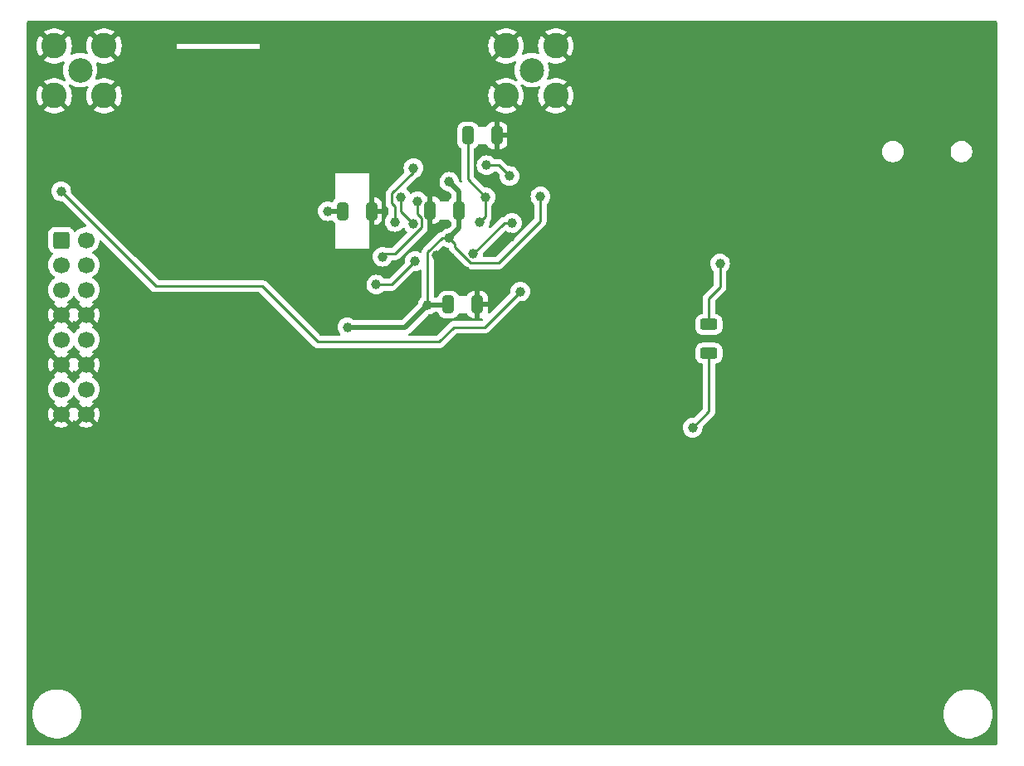
<source format=gbl>
G04 #@! TF.GenerationSoftware,KiCad,Pcbnew,8.0.0*
G04 #@! TF.CreationDate,2024-02-29T17:48:04-05:00*
G04 #@! TF.ProjectId,qsd2,71736432-2e6b-4696-9361-645f70636258,rev?*
G04 #@! TF.SameCoordinates,Original*
G04 #@! TF.FileFunction,Copper,L2,Bot*
G04 #@! TF.FilePolarity,Positive*
%FSLAX46Y46*%
G04 Gerber Fmt 4.6, Leading zero omitted, Abs format (unit mm)*
G04 Created by KiCad (PCBNEW 8.0.0) date 2024-02-29 17:48:04*
%MOMM*%
%LPD*%
G01*
G04 APERTURE LIST*
G04 Aperture macros list*
%AMRoundRect*
0 Rectangle with rounded corners*
0 $1 Rounding radius*
0 $2 $3 $4 $5 $6 $7 $8 $9 X,Y pos of 4 corners*
0 Add a 4 corners polygon primitive as box body*
4,1,4,$2,$3,$4,$5,$6,$7,$8,$9,$2,$3,0*
0 Add four circle primitives for the rounded corners*
1,1,$1+$1,$2,$3*
1,1,$1+$1,$4,$5*
1,1,$1+$1,$6,$7*
1,1,$1+$1,$8,$9*
0 Add four rect primitives between the rounded corners*
20,1,$1+$1,$2,$3,$4,$5,0*
20,1,$1+$1,$4,$5,$6,$7,0*
20,1,$1+$1,$6,$7,$8,$9,0*
20,1,$1+$1,$8,$9,$2,$3,0*%
G04 Aperture macros list end*
G04 #@! TA.AperFunction,SMDPad,CuDef*
%ADD10RoundRect,0.250000X0.325000X0.650000X-0.325000X0.650000X-0.325000X-0.650000X0.325000X-0.650000X0*%
G04 #@! TD*
G04 #@! TA.AperFunction,SMDPad,CuDef*
%ADD11RoundRect,0.250000X-0.325000X-0.650000X0.325000X-0.650000X0.325000X0.650000X-0.325000X0.650000X0*%
G04 #@! TD*
G04 #@! TA.AperFunction,SMDPad,CuDef*
%ADD12RoundRect,0.250000X-0.625000X0.312500X-0.625000X-0.312500X0.625000X-0.312500X0.625000X0.312500X0*%
G04 #@! TD*
G04 #@! TA.AperFunction,ComponentPad*
%ADD13RoundRect,0.250000X-0.600000X-0.600000X0.600000X-0.600000X0.600000X0.600000X-0.600000X0.600000X0*%
G04 #@! TD*
G04 #@! TA.AperFunction,ComponentPad*
%ADD14C,1.700000*%
G04 #@! TD*
G04 #@! TA.AperFunction,ComponentPad*
%ADD15C,2.500000*%
G04 #@! TD*
G04 #@! TA.AperFunction,ComponentPad*
%ADD16C,2.600000*%
G04 #@! TD*
G04 #@! TA.AperFunction,ViaPad*
%ADD17C,1.000000*%
G04 #@! TD*
G04 #@! TA.AperFunction,Conductor*
%ADD18C,0.500000*%
G04 #@! TD*
G04 #@! TA.AperFunction,Conductor*
%ADD19C,0.250000*%
G04 #@! TD*
G04 APERTURE END LIST*
D10*
X134875000Y-59550000D03*
X131925000Y-59550000D03*
X145669000Y-69088000D03*
X142719000Y-69088000D03*
D11*
X140858000Y-59451000D03*
X143808000Y-59451000D03*
D10*
X147652000Y-51816000D03*
X144702000Y-51816000D03*
D12*
X169291000Y-71120000D03*
X169291000Y-74045000D03*
D13*
X103210000Y-62500000D03*
D14*
X105750000Y-62500000D03*
X103210000Y-65040000D03*
X105750000Y-65040000D03*
X103210000Y-67580000D03*
X105750000Y-67580000D03*
X103210000Y-70120000D03*
X105750000Y-70120000D03*
X103210000Y-72660000D03*
X105750000Y-72660000D03*
X103210000Y-75200000D03*
X105750000Y-75200000D03*
X103210000Y-77740000D03*
X105750000Y-77740000D03*
X103210000Y-80280000D03*
X105750000Y-80280000D03*
D15*
X105135000Y-45137000D03*
D16*
X102495000Y-42672000D03*
X107575000Y-42672000D03*
X107575000Y-47752000D03*
X102495000Y-47752000D03*
D15*
X151230000Y-45137000D03*
D16*
X148590000Y-42672000D03*
X153670000Y-42672000D03*
X153670000Y-47752000D03*
X148590000Y-47752000D03*
D17*
X186900000Y-64800000D03*
X120000000Y-45275000D03*
X142250000Y-60900000D03*
X122075000Y-48425000D03*
X150400000Y-63950000D03*
X184025000Y-92725000D03*
X133700000Y-82300000D03*
X112330000Y-64840000D03*
X197850000Y-107300000D03*
X126100000Y-75800000D03*
X156980000Y-66090000D03*
X172275000Y-57675000D03*
X150350000Y-73100000D03*
X142900000Y-64350000D03*
X108030000Y-55410000D03*
X166100000Y-82225000D03*
X116960000Y-62450000D03*
X166370000Y-68199000D03*
X133500000Y-63950000D03*
X141500000Y-64050000D03*
X114950000Y-69450000D03*
X166300000Y-53050000D03*
X161650000Y-84925000D03*
X175260000Y-62440000D03*
X122500000Y-71150000D03*
X143600000Y-77300000D03*
X124400000Y-75850000D03*
X135300000Y-77650000D03*
X197225000Y-60600000D03*
X196150000Y-47050000D03*
X120000000Y-50200000D03*
X191100000Y-113150000D03*
X111100000Y-75020000D03*
X118700000Y-71550000D03*
X176980000Y-64990000D03*
X177275000Y-75225000D03*
X132500000Y-65900000D03*
X147200000Y-75950000D03*
X114250000Y-73900000D03*
X126875000Y-65900000D03*
X160900000Y-82350000D03*
X117200000Y-53950000D03*
X125350000Y-62100000D03*
X135200000Y-55950000D03*
X119900000Y-66000000D03*
X100600000Y-55375000D03*
X151550000Y-67400000D03*
X116600000Y-59150000D03*
X163900000Y-82250000D03*
X173370000Y-85720000D03*
X116275000Y-43875000D03*
X172225000Y-78750000D03*
X117850000Y-77650000D03*
X174250000Y-41050000D03*
X147650000Y-59900000D03*
X184300000Y-48050000D03*
X100700000Y-86975000D03*
X133700000Y-84950000D03*
X138050000Y-77300000D03*
X153450000Y-57200000D03*
X120150000Y-73900000D03*
X141200000Y-51150000D03*
X125200000Y-53900000D03*
X128550000Y-77150000D03*
X107400000Y-113150000D03*
X130100000Y-71700000D03*
X184400000Y-64750000D03*
X116225000Y-46875000D03*
X118650000Y-73900000D03*
X183550000Y-76900000D03*
X116300000Y-83950000D03*
X107310000Y-66220000D03*
X128150000Y-40800000D03*
X144150000Y-92725000D03*
X146900000Y-84950000D03*
X144500000Y-65700000D03*
X124550000Y-73900000D03*
X171196000Y-74930000D03*
X140500000Y-77300000D03*
X147450000Y-113050000D03*
X163650000Y-65750000D03*
X197260000Y-41440000D03*
X163440000Y-75580000D03*
X176300000Y-56030000D03*
X146900000Y-82300000D03*
X128300000Y-73600000D03*
X166500000Y-65325000D03*
X189250000Y-49650000D03*
X176270000Y-69130000D03*
X120100000Y-71550000D03*
X197300000Y-82300000D03*
X127600000Y-44650000D03*
X129500000Y-48000000D03*
X168975000Y-65350000D03*
X192150000Y-55100000D03*
X171950000Y-51100000D03*
X122125000Y-45225000D03*
X130200000Y-62050000D03*
X113600000Y-56500000D03*
X147600000Y-68200000D03*
X134450000Y-51900000D03*
X100550000Y-106550000D03*
X141100000Y-55000000D03*
X167450000Y-72200000D03*
X136550000Y-55000000D03*
X122250000Y-68450000D03*
X154550000Y-62150000D03*
X149000000Y-62200000D03*
X126050000Y-78450000D03*
X166300000Y-58400000D03*
X120000000Y-48450000D03*
X132400000Y-71400000D03*
X142800000Y-62300000D03*
X140600000Y-69100000D03*
X152100000Y-58050000D03*
X142800000Y-56550000D03*
X139150000Y-55150000D03*
X137250000Y-60650000D03*
X135350000Y-67050000D03*
X139150000Y-60850000D03*
X139300000Y-64650000D03*
X137850000Y-58100000D03*
X139550000Y-58550000D03*
X136000000Y-64200000D03*
X150050000Y-67750000D03*
X103200000Y-57525000D03*
X145250000Y-63900000D03*
X149200000Y-60750000D03*
X146600000Y-54850000D03*
X148950000Y-55950000D03*
X145900000Y-60700000D03*
X146500000Y-58100000D03*
X167640000Y-81661000D03*
X170434000Y-64897000D03*
X130400000Y-59550000D03*
D18*
X143808000Y-59451000D02*
X143808000Y-57558000D01*
D19*
X142800000Y-62300000D02*
X142050000Y-62300000D01*
X143400000Y-62900000D02*
X142800000Y-62300000D01*
D18*
X143808000Y-57558000D02*
X142800000Y-56550000D01*
D19*
X140600000Y-63750000D02*
X140600000Y-69100000D01*
X152100000Y-60566727D02*
X147816727Y-64850000D01*
X152100000Y-58050000D02*
X152100000Y-60566727D01*
X147816727Y-64850000D02*
X145000000Y-64850000D01*
D18*
X143808000Y-61292000D02*
X142800000Y-62300000D01*
D19*
X145000000Y-64850000D02*
X143400000Y-63250000D01*
D18*
X132400000Y-71400000D02*
X138300000Y-71400000D01*
X138300000Y-71400000D02*
X140600000Y-69100000D01*
D19*
X142050000Y-62300000D02*
X140600000Y-63750000D01*
D18*
X142707000Y-69100000D02*
X142719000Y-69088000D01*
X143808000Y-59451000D02*
X143808000Y-61292000D01*
X140600000Y-69100000D02*
X142707000Y-69100000D01*
D19*
X143400000Y-63250000D02*
X143400000Y-62900000D01*
X136950000Y-58750000D02*
X137250000Y-59050000D01*
X137250000Y-59050000D02*
X137250000Y-60650000D01*
X136950000Y-57750000D02*
X139150000Y-55550000D01*
X139150000Y-55550000D02*
X139150000Y-55150000D01*
X136950000Y-57750000D02*
X136950000Y-58750000D01*
X136450000Y-67050000D02*
X135350000Y-67050000D01*
X139300000Y-64650000D02*
X136900000Y-67050000D01*
X139150000Y-60850000D02*
X137850000Y-59550000D01*
X137850000Y-59550000D02*
X137850000Y-58100000D01*
X136900000Y-67050000D02*
X136450000Y-67050000D01*
X139550000Y-59850000D02*
X139550000Y-58550000D01*
X136300000Y-63900000D02*
X136000000Y-64200000D01*
X139975000Y-60275000D02*
X139550000Y-59850000D01*
X139975000Y-61191727D02*
X139975000Y-60275000D01*
X137266727Y-63900000D02*
X136300000Y-63900000D01*
X137266727Y-63900000D02*
X139975000Y-61191727D01*
X146400000Y-71400000D02*
X143250000Y-71400000D01*
X150050000Y-67750000D02*
X146400000Y-71400000D01*
X112875000Y-67200000D02*
X103200000Y-57525000D01*
X141750000Y-72900000D02*
X129400000Y-72900000D01*
X143250000Y-71400000D02*
X141750000Y-72900000D01*
X129400000Y-72900000D02*
X123700000Y-67200000D01*
X123700000Y-67200000D02*
X112875000Y-67200000D01*
X103210000Y-62500000D02*
X103225000Y-62500000D01*
X149200000Y-60750000D02*
X148400000Y-60750000D01*
X148400000Y-60750000D02*
X145250000Y-63900000D01*
X147850000Y-54850000D02*
X146600000Y-54850000D01*
X148950000Y-55950000D02*
X147850000Y-54850000D01*
X144702000Y-56302000D02*
X146500000Y-58100000D01*
X144702000Y-51816000D02*
X144702000Y-56302000D01*
X145900000Y-60700000D02*
X146500000Y-60100000D01*
X146500000Y-60100000D02*
X146500000Y-58100000D01*
X167640000Y-81661000D02*
X169291000Y-80010000D01*
X169291000Y-80010000D02*
X169291000Y-74045000D01*
X169291000Y-68453000D02*
X169291000Y-71120000D01*
X170434000Y-67310000D02*
X169291000Y-68453000D01*
X170434000Y-64897000D02*
X170434000Y-67310000D01*
D18*
X131925000Y-59550000D02*
X130400000Y-59550000D01*
G04 #@! TA.AperFunction,Conductor*
G36*
X104564855Y-78406546D02*
G01*
X104581575Y-78425842D01*
X104711500Y-78611395D01*
X104711505Y-78611401D01*
X104878599Y-78778495D01*
X105064594Y-78908730D01*
X105108218Y-78963307D01*
X105115411Y-79032806D01*
X105083889Y-79095160D01*
X105064593Y-79111880D01*
X104988626Y-79165072D01*
X104988625Y-79165072D01*
X105620590Y-79797037D01*
X105557007Y-79814075D01*
X105442993Y-79879901D01*
X105349901Y-79972993D01*
X105284075Y-80087007D01*
X105267037Y-80150590D01*
X104635072Y-79518625D01*
X104635072Y-79518626D01*
X104581574Y-79595030D01*
X104526998Y-79638655D01*
X104457499Y-79645849D01*
X104395144Y-79614326D01*
X104378424Y-79595030D01*
X104324925Y-79518626D01*
X104324925Y-79518625D01*
X103692962Y-80150589D01*
X103675925Y-80087007D01*
X103610099Y-79972993D01*
X103517007Y-79879901D01*
X103402993Y-79814075D01*
X103339410Y-79797037D01*
X103971373Y-79165073D01*
X103971373Y-79165072D01*
X103895405Y-79111880D01*
X103851780Y-79057304D01*
X103844586Y-78987805D01*
X103876108Y-78925451D01*
X103895399Y-78908734D01*
X104081401Y-78778495D01*
X104248495Y-78611401D01*
X104378425Y-78425842D01*
X104433002Y-78382217D01*
X104502500Y-78375023D01*
X104564855Y-78406546D01*
G37*
G04 #@! TD.AperFunction*
G04 #@! TA.AperFunction,Conductor*
G36*
X105284075Y-75392993D02*
G01*
X105349901Y-75507007D01*
X105442993Y-75600099D01*
X105557007Y-75665925D01*
X105620590Y-75682962D01*
X104988625Y-76314925D01*
X105064594Y-76368119D01*
X105108219Y-76422696D01*
X105115413Y-76492194D01*
X105083890Y-76554549D01*
X105064595Y-76571269D01*
X104878594Y-76701508D01*
X104711505Y-76868597D01*
X104581575Y-77054158D01*
X104526998Y-77097783D01*
X104457500Y-77104977D01*
X104395145Y-77073454D01*
X104378425Y-77054158D01*
X104248494Y-76868597D01*
X104081402Y-76701506D01*
X104081401Y-76701505D01*
X103895405Y-76571269D01*
X103851781Y-76516692D01*
X103844588Y-76447193D01*
X103876110Y-76384839D01*
X103895405Y-76368119D01*
X103971373Y-76314925D01*
X103339409Y-75682962D01*
X103402993Y-75665925D01*
X103517007Y-75600099D01*
X103610099Y-75507007D01*
X103675925Y-75392993D01*
X103692962Y-75329410D01*
X104324925Y-75961373D01*
X104378425Y-75884968D01*
X104433002Y-75841344D01*
X104502501Y-75834151D01*
X104564855Y-75865673D01*
X104581576Y-75884969D01*
X104635073Y-75961372D01*
X105267037Y-75329409D01*
X105284075Y-75392993D01*
G37*
G04 #@! TD.AperFunction*
G04 #@! TA.AperFunction,Conductor*
G36*
X104564855Y-73326546D02*
G01*
X104581575Y-73345842D01*
X104711500Y-73531395D01*
X104711505Y-73531401D01*
X104878599Y-73698495D01*
X105064594Y-73828730D01*
X105108218Y-73883307D01*
X105115411Y-73952806D01*
X105083889Y-74015160D01*
X105064593Y-74031880D01*
X104988626Y-74085072D01*
X104988625Y-74085072D01*
X105620590Y-74717037D01*
X105557007Y-74734075D01*
X105442993Y-74799901D01*
X105349901Y-74892993D01*
X105284075Y-75007007D01*
X105267037Y-75070590D01*
X104635072Y-74438625D01*
X104635072Y-74438626D01*
X104581574Y-74515030D01*
X104526998Y-74558655D01*
X104457499Y-74565849D01*
X104395144Y-74534326D01*
X104378424Y-74515030D01*
X104324925Y-74438626D01*
X104324925Y-74438625D01*
X103692962Y-75070589D01*
X103675925Y-75007007D01*
X103610099Y-74892993D01*
X103517007Y-74799901D01*
X103402993Y-74734075D01*
X103339410Y-74717037D01*
X103971373Y-74085073D01*
X103971373Y-74085072D01*
X103895405Y-74031880D01*
X103851780Y-73977304D01*
X103844586Y-73907805D01*
X103876108Y-73845451D01*
X103895399Y-73828734D01*
X104081401Y-73698495D01*
X104248495Y-73531401D01*
X104378425Y-73345842D01*
X104433002Y-73302217D01*
X104502500Y-73295023D01*
X104564855Y-73326546D01*
G37*
G04 #@! TD.AperFunction*
G04 #@! TA.AperFunction,Conductor*
G36*
X105284075Y-70312993D02*
G01*
X105349901Y-70427007D01*
X105442993Y-70520099D01*
X105557007Y-70585925D01*
X105620590Y-70602962D01*
X104988625Y-71234925D01*
X105064594Y-71288119D01*
X105108219Y-71342696D01*
X105115413Y-71412194D01*
X105083890Y-71474549D01*
X105064595Y-71491269D01*
X104878594Y-71621508D01*
X104711505Y-71788597D01*
X104581575Y-71974158D01*
X104526998Y-72017783D01*
X104457500Y-72024977D01*
X104395145Y-71993454D01*
X104378425Y-71974158D01*
X104248494Y-71788597D01*
X104081402Y-71621506D01*
X104081401Y-71621505D01*
X103895405Y-71491269D01*
X103851781Y-71436692D01*
X103844588Y-71367193D01*
X103876110Y-71304839D01*
X103895405Y-71288119D01*
X103971373Y-71234925D01*
X103339409Y-70602962D01*
X103402993Y-70585925D01*
X103517007Y-70520099D01*
X103610099Y-70427007D01*
X103675925Y-70312993D01*
X103692962Y-70249410D01*
X104324925Y-70881373D01*
X104378425Y-70804968D01*
X104433002Y-70761344D01*
X104502501Y-70754151D01*
X104564855Y-70785673D01*
X104581576Y-70804969D01*
X104635073Y-70881372D01*
X105267037Y-70249409D01*
X105284075Y-70312993D01*
G37*
G04 #@! TD.AperFunction*
G04 #@! TA.AperFunction,Conductor*
G36*
X104564855Y-68246546D02*
G01*
X104581575Y-68265842D01*
X104711500Y-68451395D01*
X104711505Y-68451401D01*
X104878599Y-68618495D01*
X105046448Y-68736024D01*
X105064594Y-68748730D01*
X105108218Y-68803307D01*
X105115411Y-68872806D01*
X105083889Y-68935160D01*
X105064593Y-68951880D01*
X104988626Y-69005072D01*
X104988625Y-69005072D01*
X105620590Y-69637037D01*
X105557007Y-69654075D01*
X105442993Y-69719901D01*
X105349901Y-69812993D01*
X105284075Y-69927007D01*
X105267037Y-69990590D01*
X104635072Y-69358625D01*
X104635072Y-69358626D01*
X104581574Y-69435030D01*
X104526998Y-69478655D01*
X104457499Y-69485849D01*
X104395144Y-69454326D01*
X104378424Y-69435030D01*
X104324925Y-69358626D01*
X104324925Y-69358625D01*
X103692962Y-69990589D01*
X103675925Y-69927007D01*
X103610099Y-69812993D01*
X103517007Y-69719901D01*
X103402993Y-69654075D01*
X103339410Y-69637037D01*
X103971373Y-69005073D01*
X103971373Y-69005072D01*
X103895405Y-68951880D01*
X103851780Y-68897304D01*
X103844586Y-68827805D01*
X103876108Y-68765451D01*
X103895399Y-68748734D01*
X104081401Y-68618495D01*
X104248495Y-68451401D01*
X104378425Y-68265842D01*
X104433002Y-68222217D01*
X104502500Y-68215023D01*
X104564855Y-68246546D01*
G37*
G04 #@! TD.AperFunction*
G04 #@! TA.AperFunction,Conductor*
G36*
X198642539Y-40120185D02*
G01*
X198688294Y-40172989D01*
X198699500Y-40224500D01*
X198699500Y-113975500D01*
X198679815Y-114042539D01*
X198627011Y-114088294D01*
X198575500Y-114099500D01*
X99824500Y-114099500D01*
X99757461Y-114079815D01*
X99711706Y-114027011D01*
X99700500Y-113975500D01*
X99700500Y-110900005D01*
X100244556Y-110900005D01*
X100264310Y-111214004D01*
X100264311Y-111214011D01*
X100323270Y-111523083D01*
X100420497Y-111822316D01*
X100420499Y-111822321D01*
X100554461Y-112107003D01*
X100554464Y-112107009D01*
X100723051Y-112372661D01*
X100723054Y-112372665D01*
X100923606Y-112615090D01*
X100923608Y-112615092D01*
X101152968Y-112830476D01*
X101152978Y-112830484D01*
X101407504Y-113015408D01*
X101407509Y-113015410D01*
X101407516Y-113015416D01*
X101683234Y-113166994D01*
X101683239Y-113166996D01*
X101683241Y-113166997D01*
X101683242Y-113166998D01*
X101975771Y-113282818D01*
X101975774Y-113282819D01*
X102280523Y-113361065D01*
X102280527Y-113361066D01*
X102346010Y-113369338D01*
X102592670Y-113400499D01*
X102592679Y-113400499D01*
X102592682Y-113400500D01*
X102592684Y-113400500D01*
X102907316Y-113400500D01*
X102907318Y-113400500D01*
X102907321Y-113400499D01*
X102907329Y-113400499D01*
X103093593Y-113376968D01*
X103219473Y-113361066D01*
X103524225Y-113282819D01*
X103524228Y-113282818D01*
X103816757Y-113166998D01*
X103816758Y-113166997D01*
X103816756Y-113166997D01*
X103816766Y-113166994D01*
X104092484Y-113015416D01*
X104347030Y-112830478D01*
X104576390Y-112615094D01*
X104776947Y-112372663D01*
X104945537Y-112107007D01*
X105079503Y-111822315D01*
X105176731Y-111523079D01*
X105235688Y-111214015D01*
X105255444Y-110900005D01*
X193244556Y-110900005D01*
X193264310Y-111214004D01*
X193264311Y-111214011D01*
X193323270Y-111523083D01*
X193420497Y-111822316D01*
X193420499Y-111822321D01*
X193554461Y-112107003D01*
X193554464Y-112107009D01*
X193723051Y-112372661D01*
X193723054Y-112372665D01*
X193923606Y-112615090D01*
X193923608Y-112615092D01*
X194152968Y-112830476D01*
X194152978Y-112830484D01*
X194407504Y-113015408D01*
X194407509Y-113015410D01*
X194407516Y-113015416D01*
X194683234Y-113166994D01*
X194683239Y-113166996D01*
X194683241Y-113166997D01*
X194683242Y-113166998D01*
X194975771Y-113282818D01*
X194975774Y-113282819D01*
X195280523Y-113361065D01*
X195280527Y-113361066D01*
X195346010Y-113369338D01*
X195592670Y-113400499D01*
X195592679Y-113400499D01*
X195592682Y-113400500D01*
X195592684Y-113400500D01*
X195907316Y-113400500D01*
X195907318Y-113400500D01*
X195907321Y-113400499D01*
X195907329Y-113400499D01*
X196093593Y-113376968D01*
X196219473Y-113361066D01*
X196524225Y-113282819D01*
X196524228Y-113282818D01*
X196816757Y-113166998D01*
X196816758Y-113166997D01*
X196816756Y-113166997D01*
X196816766Y-113166994D01*
X197092484Y-113015416D01*
X197347030Y-112830478D01*
X197576390Y-112615094D01*
X197776947Y-112372663D01*
X197945537Y-112107007D01*
X198079503Y-111822315D01*
X198176731Y-111523079D01*
X198235688Y-111214015D01*
X198255444Y-110900000D01*
X198239916Y-110653190D01*
X198235689Y-110585995D01*
X198235688Y-110585988D01*
X198235688Y-110585985D01*
X198176731Y-110276921D01*
X198079503Y-109977685D01*
X197945537Y-109692993D01*
X197776947Y-109427337D01*
X197758983Y-109405622D01*
X197576393Y-109184909D01*
X197576391Y-109184907D01*
X197347031Y-108969523D01*
X197347021Y-108969515D01*
X197092495Y-108784591D01*
X197092488Y-108784586D01*
X197092484Y-108784584D01*
X196816766Y-108633006D01*
X196816763Y-108633004D01*
X196816758Y-108633002D01*
X196816757Y-108633001D01*
X196524228Y-108517181D01*
X196524225Y-108517180D01*
X196219476Y-108438934D01*
X196219463Y-108438932D01*
X195907329Y-108399500D01*
X195907318Y-108399500D01*
X195592682Y-108399500D01*
X195592670Y-108399500D01*
X195280536Y-108438932D01*
X195280523Y-108438934D01*
X194975774Y-108517180D01*
X194975771Y-108517181D01*
X194683242Y-108633001D01*
X194683241Y-108633002D01*
X194407516Y-108784584D01*
X194407504Y-108784591D01*
X194152978Y-108969515D01*
X194152968Y-108969523D01*
X193923608Y-109184907D01*
X193923606Y-109184909D01*
X193723054Y-109427334D01*
X193723051Y-109427338D01*
X193554464Y-109692990D01*
X193554461Y-109692996D01*
X193420499Y-109977678D01*
X193420497Y-109977683D01*
X193323270Y-110276916D01*
X193264311Y-110585988D01*
X193264310Y-110585995D01*
X193244556Y-110899994D01*
X193244556Y-110900005D01*
X105255444Y-110900005D01*
X105255444Y-110900000D01*
X105239916Y-110653190D01*
X105235689Y-110585995D01*
X105235688Y-110585988D01*
X105235688Y-110585985D01*
X105176731Y-110276921D01*
X105079503Y-109977685D01*
X104945537Y-109692993D01*
X104776947Y-109427337D01*
X104758983Y-109405622D01*
X104576393Y-109184909D01*
X104576391Y-109184907D01*
X104347031Y-108969523D01*
X104347021Y-108969515D01*
X104092495Y-108784591D01*
X104092488Y-108784586D01*
X104092484Y-108784584D01*
X103816766Y-108633006D01*
X103816763Y-108633004D01*
X103816758Y-108633002D01*
X103816757Y-108633001D01*
X103524228Y-108517181D01*
X103524225Y-108517180D01*
X103219476Y-108438934D01*
X103219463Y-108438932D01*
X102907329Y-108399500D01*
X102907318Y-108399500D01*
X102592682Y-108399500D01*
X102592670Y-108399500D01*
X102280536Y-108438932D01*
X102280523Y-108438934D01*
X101975774Y-108517180D01*
X101975771Y-108517181D01*
X101683242Y-108633001D01*
X101683241Y-108633002D01*
X101407516Y-108784584D01*
X101407504Y-108784591D01*
X101152978Y-108969515D01*
X101152968Y-108969523D01*
X100923608Y-109184907D01*
X100923606Y-109184909D01*
X100723054Y-109427334D01*
X100723051Y-109427338D01*
X100554464Y-109692990D01*
X100554461Y-109692996D01*
X100420499Y-109977678D01*
X100420497Y-109977683D01*
X100323270Y-110276916D01*
X100264311Y-110585988D01*
X100264310Y-110585995D01*
X100244556Y-110899994D01*
X100244556Y-110900005D01*
X99700500Y-110900005D01*
X99700500Y-81661000D01*
X166634659Y-81661000D01*
X166653975Y-81857129D01*
X166711188Y-82045733D01*
X166804086Y-82219532D01*
X166804090Y-82219539D01*
X166929116Y-82371883D01*
X167081460Y-82496909D01*
X167081467Y-82496913D01*
X167255266Y-82589811D01*
X167255269Y-82589811D01*
X167255273Y-82589814D01*
X167443868Y-82647024D01*
X167640000Y-82666341D01*
X167836132Y-82647024D01*
X168024727Y-82589814D01*
X168198538Y-82496910D01*
X168350883Y-82371883D01*
X168475910Y-82219538D01*
X168568814Y-82045727D01*
X168626024Y-81857132D01*
X168645341Y-81661000D01*
X168640262Y-81609437D01*
X168653280Y-81540794D01*
X168675981Y-81509607D01*
X169776858Y-80408733D01*
X169845312Y-80306285D01*
X169892463Y-80192451D01*
X169904400Y-80132440D01*
X169916501Y-80071608D01*
X169916501Y-79943283D01*
X169916500Y-79943257D01*
X169916500Y-75225034D01*
X169936185Y-75157995D01*
X169988989Y-75112240D01*
X170027897Y-75101676D01*
X170068797Y-75097499D01*
X170235334Y-75042314D01*
X170384656Y-74950212D01*
X170508712Y-74826156D01*
X170600814Y-74676834D01*
X170655999Y-74510297D01*
X170666500Y-74407509D01*
X170666499Y-73682492D01*
X170655999Y-73579703D01*
X170600814Y-73413166D01*
X170508712Y-73263844D01*
X170384656Y-73139788D01*
X170235334Y-73047686D01*
X170068797Y-72992501D01*
X170068795Y-72992500D01*
X169966010Y-72982000D01*
X168615998Y-72982000D01*
X168615981Y-72982001D01*
X168513203Y-72992500D01*
X168513200Y-72992501D01*
X168346668Y-73047685D01*
X168346663Y-73047687D01*
X168197342Y-73139789D01*
X168073289Y-73263842D01*
X167981187Y-73413163D01*
X167981185Y-73413168D01*
X167967551Y-73454313D01*
X167926001Y-73579703D01*
X167926001Y-73579704D01*
X167926000Y-73579704D01*
X167915500Y-73682483D01*
X167915500Y-74407501D01*
X167915501Y-74407519D01*
X167926000Y-74510296D01*
X167926001Y-74510299D01*
X167930019Y-74522423D01*
X167981186Y-74676834D01*
X168073288Y-74826156D01*
X168197344Y-74950212D01*
X168346666Y-75042314D01*
X168513203Y-75097499D01*
X168554103Y-75101677D01*
X168618793Y-75128073D01*
X168658945Y-75185253D01*
X168665500Y-75225035D01*
X168665500Y-79699547D01*
X168645815Y-79766586D01*
X168629181Y-79787228D01*
X167791394Y-80625014D01*
X167730071Y-80658499D01*
X167691562Y-80660736D01*
X167640003Y-80655659D01*
X167640000Y-80655659D01*
X167443870Y-80674975D01*
X167255266Y-80732188D01*
X167081467Y-80825086D01*
X167081460Y-80825090D01*
X166929116Y-80950116D01*
X166804090Y-81102460D01*
X166804086Y-81102467D01*
X166711188Y-81276266D01*
X166653975Y-81464870D01*
X166634659Y-81661000D01*
X99700500Y-81661000D01*
X99700500Y-77740000D01*
X101854341Y-77740000D01*
X101874936Y-77975403D01*
X101874938Y-77975413D01*
X101936094Y-78203655D01*
X101936096Y-78203659D01*
X101936097Y-78203663D01*
X101940000Y-78212032D01*
X102035965Y-78417830D01*
X102035967Y-78417834D01*
X102144281Y-78572521D01*
X102171505Y-78611401D01*
X102338599Y-78778495D01*
X102524594Y-78908730D01*
X102568218Y-78963307D01*
X102575411Y-79032806D01*
X102543889Y-79095160D01*
X102524593Y-79111880D01*
X102448626Y-79165072D01*
X102448625Y-79165072D01*
X103080590Y-79797037D01*
X103017007Y-79814075D01*
X102902993Y-79879901D01*
X102809901Y-79972993D01*
X102744075Y-80087007D01*
X102727037Y-80150590D01*
X102095072Y-79518625D01*
X102036401Y-79602419D01*
X101936570Y-79816507D01*
X101936566Y-79816516D01*
X101875432Y-80044673D01*
X101875430Y-80044684D01*
X101854843Y-80279998D01*
X101854843Y-80280001D01*
X101875430Y-80515315D01*
X101875432Y-80515326D01*
X101936566Y-80743483D01*
X101936570Y-80743492D01*
X102036400Y-80957579D01*
X102036402Y-80957583D01*
X102095072Y-81041373D01*
X102095073Y-81041373D01*
X102727037Y-80409409D01*
X102744075Y-80472993D01*
X102809901Y-80587007D01*
X102902993Y-80680099D01*
X103017007Y-80745925D01*
X103080590Y-80762962D01*
X102448625Y-81394925D01*
X102532421Y-81453599D01*
X102746507Y-81553429D01*
X102746516Y-81553433D01*
X102974673Y-81614567D01*
X102974684Y-81614569D01*
X103209998Y-81635157D01*
X103210002Y-81635157D01*
X103445315Y-81614569D01*
X103445326Y-81614567D01*
X103673483Y-81553433D01*
X103673492Y-81553429D01*
X103887578Y-81453600D01*
X103887582Y-81453598D01*
X103971373Y-81394926D01*
X103971373Y-81394925D01*
X103339409Y-80762962D01*
X103402993Y-80745925D01*
X103517007Y-80680099D01*
X103610099Y-80587007D01*
X103675925Y-80472993D01*
X103692962Y-80409410D01*
X104324925Y-81041373D01*
X104378425Y-80964968D01*
X104433002Y-80921344D01*
X104502501Y-80914151D01*
X104564855Y-80945673D01*
X104581576Y-80964969D01*
X104635073Y-81041372D01*
X105267037Y-80409409D01*
X105284075Y-80472993D01*
X105349901Y-80587007D01*
X105442993Y-80680099D01*
X105557007Y-80745925D01*
X105620590Y-80762962D01*
X104988625Y-81394925D01*
X105072421Y-81453599D01*
X105286507Y-81553429D01*
X105286516Y-81553433D01*
X105514673Y-81614567D01*
X105514684Y-81614569D01*
X105749998Y-81635157D01*
X105750002Y-81635157D01*
X105985315Y-81614569D01*
X105985326Y-81614567D01*
X106213483Y-81553433D01*
X106213492Y-81553429D01*
X106427578Y-81453600D01*
X106427582Y-81453598D01*
X106511373Y-81394926D01*
X106511373Y-81394925D01*
X105879409Y-80762962D01*
X105942993Y-80745925D01*
X106057007Y-80680099D01*
X106150099Y-80587007D01*
X106215925Y-80472993D01*
X106232962Y-80409410D01*
X106864925Y-81041373D01*
X106864926Y-81041373D01*
X106923598Y-80957582D01*
X106923600Y-80957578D01*
X107023429Y-80743492D01*
X107023433Y-80743483D01*
X107084567Y-80515326D01*
X107084569Y-80515315D01*
X107105157Y-80280001D01*
X107105157Y-80279998D01*
X107084569Y-80044684D01*
X107084567Y-80044673D01*
X107023433Y-79816516D01*
X107023429Y-79816507D01*
X106923600Y-79602423D01*
X106923599Y-79602421D01*
X106864925Y-79518626D01*
X106864925Y-79518625D01*
X106232962Y-80150589D01*
X106215925Y-80087007D01*
X106150099Y-79972993D01*
X106057007Y-79879901D01*
X105942993Y-79814075D01*
X105879410Y-79797037D01*
X106511373Y-79165073D01*
X106511373Y-79165072D01*
X106435405Y-79111880D01*
X106391780Y-79057304D01*
X106384586Y-78987805D01*
X106416108Y-78925451D01*
X106435399Y-78908734D01*
X106621401Y-78778495D01*
X106788495Y-78611401D01*
X106924035Y-78417830D01*
X107023903Y-78203663D01*
X107085063Y-77975408D01*
X107105659Y-77740000D01*
X107085063Y-77504592D01*
X107023903Y-77276337D01*
X106924035Y-77062171D01*
X106918425Y-77054158D01*
X106788494Y-76868597D01*
X106621402Y-76701506D01*
X106621401Y-76701505D01*
X106435405Y-76571269D01*
X106391781Y-76516692D01*
X106384588Y-76447193D01*
X106416110Y-76384839D01*
X106435405Y-76368119D01*
X106511373Y-76314925D01*
X105879409Y-75682962D01*
X105942993Y-75665925D01*
X106057007Y-75600099D01*
X106150099Y-75507007D01*
X106215925Y-75392993D01*
X106232962Y-75329410D01*
X106864925Y-75961373D01*
X106864926Y-75961373D01*
X106923598Y-75877582D01*
X106923600Y-75877578D01*
X107023429Y-75663492D01*
X107023433Y-75663483D01*
X107084567Y-75435326D01*
X107084569Y-75435315D01*
X107105157Y-75200001D01*
X107105157Y-75199998D01*
X107084569Y-74964684D01*
X107084567Y-74964673D01*
X107023433Y-74736516D01*
X107023429Y-74736507D01*
X106923600Y-74522423D01*
X106923599Y-74522421D01*
X106864925Y-74438626D01*
X106864925Y-74438625D01*
X106232962Y-75070589D01*
X106215925Y-75007007D01*
X106150099Y-74892993D01*
X106057007Y-74799901D01*
X105942993Y-74734075D01*
X105879410Y-74717037D01*
X106511373Y-74085073D01*
X106511373Y-74085072D01*
X106435405Y-74031880D01*
X106391780Y-73977304D01*
X106384586Y-73907805D01*
X106416108Y-73845451D01*
X106435399Y-73828734D01*
X106621401Y-73698495D01*
X106788495Y-73531401D01*
X106924035Y-73337830D01*
X107023903Y-73123663D01*
X107085063Y-72895408D01*
X107105659Y-72660000D01*
X107085063Y-72424592D01*
X107023903Y-72196337D01*
X106924035Y-71982171D01*
X106918425Y-71974158D01*
X106788494Y-71788597D01*
X106621402Y-71621506D01*
X106621401Y-71621505D01*
X106435405Y-71491269D01*
X106391781Y-71436692D01*
X106384588Y-71367193D01*
X106416110Y-71304839D01*
X106435405Y-71288119D01*
X106511373Y-71234925D01*
X105879409Y-70602962D01*
X105942993Y-70585925D01*
X106057007Y-70520099D01*
X106150099Y-70427007D01*
X106215925Y-70312993D01*
X106232962Y-70249410D01*
X106864925Y-70881373D01*
X106864926Y-70881373D01*
X106923598Y-70797582D01*
X106923600Y-70797578D01*
X107023429Y-70583492D01*
X107023433Y-70583483D01*
X107084567Y-70355326D01*
X107084569Y-70355315D01*
X107105157Y-70120001D01*
X107105157Y-70119998D01*
X107084569Y-69884684D01*
X107084567Y-69884673D01*
X107023433Y-69656516D01*
X107023429Y-69656507D01*
X106923600Y-69442423D01*
X106923599Y-69442421D01*
X106864925Y-69358626D01*
X106864925Y-69358625D01*
X106232962Y-69990589D01*
X106215925Y-69927007D01*
X106150099Y-69812993D01*
X106057007Y-69719901D01*
X105942993Y-69654075D01*
X105879410Y-69637037D01*
X106511373Y-69005073D01*
X106511373Y-69005072D01*
X106435405Y-68951880D01*
X106391780Y-68897304D01*
X106384586Y-68827805D01*
X106416108Y-68765451D01*
X106435399Y-68748734D01*
X106621401Y-68618495D01*
X106788495Y-68451401D01*
X106924035Y-68257830D01*
X107023903Y-68043663D01*
X107085063Y-67815408D01*
X107105659Y-67580000D01*
X107104572Y-67567581D01*
X107097038Y-67481463D01*
X107085063Y-67344592D01*
X107023903Y-67116337D01*
X106924035Y-66902171D01*
X106918425Y-66894158D01*
X106788494Y-66708597D01*
X106621402Y-66541506D01*
X106621396Y-66541501D01*
X106435842Y-66411575D01*
X106392217Y-66356998D01*
X106385023Y-66287500D01*
X106416546Y-66225145D01*
X106435842Y-66208425D01*
X106560432Y-66121186D01*
X106621401Y-66078495D01*
X106788495Y-65911401D01*
X106924035Y-65717830D01*
X107023903Y-65503663D01*
X107085063Y-65275408D01*
X107105659Y-65040000D01*
X107105301Y-65035913D01*
X107085063Y-64804596D01*
X107085063Y-64804592D01*
X107038626Y-64631285D01*
X107023905Y-64576344D01*
X107023904Y-64576343D01*
X107023903Y-64576337D01*
X106924035Y-64362171D01*
X106918425Y-64354158D01*
X106788494Y-64168597D01*
X106621402Y-64001506D01*
X106621396Y-64001501D01*
X106435842Y-63871575D01*
X106392217Y-63816998D01*
X106385023Y-63747500D01*
X106416546Y-63685145D01*
X106435842Y-63668425D01*
X106578325Y-63568657D01*
X106621401Y-63538495D01*
X106788495Y-63371401D01*
X106924035Y-63177830D01*
X107023903Y-62963663D01*
X107085063Y-62735408D01*
X107097346Y-62595015D01*
X107122797Y-62529949D01*
X107179388Y-62488970D01*
X107249150Y-62485092D01*
X107308554Y-62518144D01*
X112386016Y-67595606D01*
X112386045Y-67595637D01*
X112476263Y-67685855D01*
X112476267Y-67685858D01*
X112578707Y-67754307D01*
X112578713Y-67754310D01*
X112578714Y-67754311D01*
X112692548Y-67801463D01*
X112743542Y-67811606D01*
X112813391Y-67825499D01*
X112813392Y-67825500D01*
X112813393Y-67825500D01*
X112813394Y-67825500D01*
X123389548Y-67825500D01*
X123456587Y-67845185D01*
X123477229Y-67861819D01*
X128911016Y-73295606D01*
X128911045Y-73295637D01*
X129001263Y-73385855D01*
X129001267Y-73385858D01*
X129103707Y-73454307D01*
X129103716Y-73454312D01*
X129124739Y-73463020D01*
X129217548Y-73501463D01*
X129277971Y-73513481D01*
X129338393Y-73525500D01*
X141811607Y-73525500D01*
X141872029Y-73513481D01*
X141932452Y-73501463D01*
X141932455Y-73501461D01*
X141932458Y-73501461D01*
X141965787Y-73487654D01*
X141965786Y-73487654D01*
X141965792Y-73487652D01*
X142046286Y-73454312D01*
X142098384Y-73419500D01*
X142148733Y-73385858D01*
X142235858Y-73298733D01*
X142235858Y-73298731D01*
X142246066Y-73288524D01*
X142246067Y-73288521D01*
X143472772Y-72061819D01*
X143534095Y-72028334D01*
X143560453Y-72025500D01*
X146461607Y-72025500D01*
X146522029Y-72013481D01*
X146582452Y-72001463D01*
X146629027Y-71982171D01*
X146696286Y-71954312D01*
X146747509Y-71920084D01*
X146798733Y-71885858D01*
X146885858Y-71798733D01*
X146885858Y-71798731D01*
X146896066Y-71788524D01*
X146896067Y-71788521D01*
X147202087Y-71482501D01*
X167915500Y-71482501D01*
X167915501Y-71482519D01*
X167926000Y-71585296D01*
X167926001Y-71585299D01*
X167981185Y-71751831D01*
X167981187Y-71751836D01*
X168010113Y-71798733D01*
X168073288Y-71901156D01*
X168197344Y-72025212D01*
X168346666Y-72117314D01*
X168513203Y-72172499D01*
X168615991Y-72183000D01*
X169966008Y-72182999D01*
X170068797Y-72172499D01*
X170235334Y-72117314D01*
X170384656Y-72025212D01*
X170508712Y-71901156D01*
X170600814Y-71751834D01*
X170655999Y-71585297D01*
X170666500Y-71482509D01*
X170666499Y-70757492D01*
X170659514Y-70689117D01*
X170655999Y-70654703D01*
X170655998Y-70654700D01*
X170644948Y-70621353D01*
X170600814Y-70488166D01*
X170508712Y-70338844D01*
X170384656Y-70214788D01*
X170291888Y-70157569D01*
X170235336Y-70122687D01*
X170235331Y-70122685D01*
X170164518Y-70099220D01*
X170068797Y-70067501D01*
X170068795Y-70067500D01*
X170027896Y-70063322D01*
X169963205Y-70036925D01*
X169923054Y-69979744D01*
X169916500Y-69939964D01*
X169916500Y-68763451D01*
X169936185Y-68696412D01*
X169952815Y-68675774D01*
X170832729Y-67795860D01*
X170832733Y-67795858D01*
X170919858Y-67708733D01*
X170958125Y-67651463D01*
X170988312Y-67606286D01*
X171035463Y-67492451D01*
X171037650Y-67481459D01*
X171059500Y-67371606D01*
X171059500Y-65736602D01*
X171079185Y-65669563D01*
X171104837Y-65640748D01*
X171144882Y-65607884D01*
X171230415Y-65503663D01*
X171269910Y-65455538D01*
X171362814Y-65281727D01*
X171420024Y-65093132D01*
X171439341Y-64897000D01*
X171420024Y-64700868D01*
X171362814Y-64512273D01*
X171362811Y-64512269D01*
X171362811Y-64512266D01*
X171269913Y-64338467D01*
X171269909Y-64338460D01*
X171144883Y-64186116D01*
X170992539Y-64061090D01*
X170992532Y-64061086D01*
X170818733Y-63968188D01*
X170818727Y-63968186D01*
X170630132Y-63910976D01*
X170630129Y-63910975D01*
X170434000Y-63891659D01*
X170237870Y-63910975D01*
X170049266Y-63968188D01*
X169875467Y-64061086D01*
X169875460Y-64061090D01*
X169723116Y-64186116D01*
X169598090Y-64338460D01*
X169598086Y-64338467D01*
X169505188Y-64512266D01*
X169447975Y-64700870D01*
X169428659Y-64897000D01*
X169447975Y-65093129D01*
X169505188Y-65281733D01*
X169598086Y-65455532D01*
X169598090Y-65455539D01*
X169723117Y-65607884D01*
X169763163Y-65640748D01*
X169802499Y-65698493D01*
X169808500Y-65736602D01*
X169808500Y-66999547D01*
X169788815Y-67066586D01*
X169772181Y-67087228D01*
X169323551Y-67535858D01*
X168892270Y-67967139D01*
X168892267Y-67967142D01*
X168848704Y-68010704D01*
X168805142Y-68054266D01*
X168804424Y-68055341D01*
X168778153Y-68094659D01*
X168736687Y-68156715D01*
X168736685Y-68156718D01*
X168689540Y-68270538D01*
X168689535Y-68270554D01*
X168666176Y-68387993D01*
X168666175Y-68388001D01*
X168665500Y-68391389D01*
X168665500Y-69939965D01*
X168645815Y-70007004D01*
X168593011Y-70052759D01*
X168554102Y-70063323D01*
X168513202Y-70067501D01*
X168513200Y-70067501D01*
X168346668Y-70122685D01*
X168346663Y-70122687D01*
X168197342Y-70214789D01*
X168073289Y-70338842D01*
X168063122Y-70355326D01*
X167990200Y-70473553D01*
X167981190Y-70488160D01*
X167981185Y-70488168D01*
X167981075Y-70488500D01*
X167926001Y-70654703D01*
X167926001Y-70654704D01*
X167926000Y-70654704D01*
X167915500Y-70757483D01*
X167915500Y-71482501D01*
X147202087Y-71482501D01*
X149898607Y-68785982D01*
X149959928Y-68752499D01*
X149998437Y-68750262D01*
X150050000Y-68755341D01*
X150246132Y-68736024D01*
X150434727Y-68678814D01*
X150608538Y-68585910D01*
X150760883Y-68460883D01*
X150885910Y-68308538D01*
X150978814Y-68134727D01*
X151036024Y-67946132D01*
X151055341Y-67750000D01*
X151036024Y-67553868D01*
X150978814Y-67365273D01*
X150978811Y-67365269D01*
X150978811Y-67365266D01*
X150885913Y-67191467D01*
X150885909Y-67191460D01*
X150760883Y-67039116D01*
X150608539Y-66914090D01*
X150608532Y-66914086D01*
X150434733Y-66821188D01*
X150434727Y-66821186D01*
X150246132Y-66763976D01*
X150246129Y-66763975D01*
X150050000Y-66744659D01*
X149853870Y-66763975D01*
X149665266Y-66821188D01*
X149491467Y-66914086D01*
X149491460Y-66914090D01*
X149339116Y-67039116D01*
X149214090Y-67191460D01*
X149214086Y-67191467D01*
X149121188Y-67365266D01*
X149063975Y-67553870D01*
X149044659Y-67750000D01*
X149044659Y-67750001D01*
X149049736Y-67801560D01*
X149036716Y-67870206D01*
X149014014Y-67901393D01*
X146946834Y-69968575D01*
X146885511Y-70002060D01*
X146815819Y-69997076D01*
X146759886Y-69955204D01*
X146735469Y-69889740D01*
X146735795Y-69868291D01*
X146743999Y-69787986D01*
X146744000Y-69787973D01*
X146744000Y-69338000D01*
X145919000Y-69338000D01*
X145919000Y-70487999D01*
X146043972Y-70487999D01*
X146043986Y-70487998D01*
X146124293Y-70479794D01*
X146192985Y-70492563D01*
X146243870Y-70540444D01*
X146260791Y-70608233D01*
X146238376Y-70674410D01*
X146224577Y-70690832D01*
X146177230Y-70738180D01*
X146115907Y-70771666D01*
X146089548Y-70774500D01*
X143188389Y-70774500D01*
X143132219Y-70785673D01*
X143127971Y-70786518D01*
X143084743Y-70795116D01*
X143067546Y-70798537D01*
X142963919Y-70841462D01*
X142963917Y-70841463D01*
X142953714Y-70845688D01*
X142953707Y-70845692D01*
X142851266Y-70914142D01*
X142851262Y-70914145D01*
X141527229Y-72238181D01*
X141465906Y-72271666D01*
X141439548Y-72274500D01*
X138750855Y-72274500D01*
X138683816Y-72254815D01*
X138638061Y-72202011D01*
X138628117Y-72132853D01*
X138657142Y-72069297D01*
X138681959Y-72047400D01*
X138719649Y-72022218D01*
X138778416Y-71982952D01*
X140630775Y-70130591D01*
X140692096Y-70097108D01*
X140706295Y-70094871D01*
X140796132Y-70086024D01*
X140984727Y-70028814D01*
X141158538Y-69935910D01*
X141228313Y-69878647D01*
X141292623Y-69851334D01*
X141306978Y-69850500D01*
X141551107Y-69850500D01*
X141618146Y-69870185D01*
X141663901Y-69922989D01*
X141668811Y-69935492D01*
X141709186Y-70057334D01*
X141801288Y-70206656D01*
X141925344Y-70330712D01*
X142074666Y-70422814D01*
X142241203Y-70477999D01*
X142343991Y-70488500D01*
X143094008Y-70488499D01*
X143094016Y-70488498D01*
X143094019Y-70488498D01*
X143150302Y-70482748D01*
X143196797Y-70477999D01*
X143363334Y-70422814D01*
X143512656Y-70330712D01*
X143636712Y-70206656D01*
X143728814Y-70057334D01*
X143728815Y-70057331D01*
X143732605Y-70051187D01*
X143734799Y-70052540D01*
X143772997Y-70009157D01*
X143839209Y-69990000D01*
X144549346Y-69990000D01*
X144616385Y-70009685D01*
X144653639Y-70052338D01*
X144655851Y-70050975D01*
X144751684Y-70206345D01*
X144875654Y-70330315D01*
X145024875Y-70422356D01*
X145024880Y-70422358D01*
X145191302Y-70477505D01*
X145191309Y-70477506D01*
X145294019Y-70487999D01*
X145418999Y-70487999D01*
X145419000Y-70487998D01*
X145419000Y-67688000D01*
X145919000Y-67688000D01*
X145919000Y-68838000D01*
X146743999Y-68838000D01*
X146743999Y-68388028D01*
X146743998Y-68388013D01*
X146733505Y-68285302D01*
X146678358Y-68118880D01*
X146678356Y-68118875D01*
X146586315Y-67969654D01*
X146462345Y-67845684D01*
X146313124Y-67753643D01*
X146313119Y-67753641D01*
X146146697Y-67698494D01*
X146146690Y-67698493D01*
X146043986Y-67688000D01*
X145919000Y-67688000D01*
X145419000Y-67688000D01*
X145294027Y-67688000D01*
X145294012Y-67688001D01*
X145191302Y-67698494D01*
X145024880Y-67753641D01*
X145024875Y-67753643D01*
X144875654Y-67845684D01*
X144751684Y-67969654D01*
X144664442Y-68111097D01*
X144612494Y-68157821D01*
X144558903Y-68170000D01*
X143829684Y-68170000D01*
X143762645Y-68150315D01*
X143724145Y-68111097D01*
X143714005Y-68094657D01*
X143636712Y-67969344D01*
X143512656Y-67845288D01*
X143365158Y-67754311D01*
X143363336Y-67753187D01*
X143363331Y-67753185D01*
X143353719Y-67750000D01*
X143196797Y-67698001D01*
X143196795Y-67698000D01*
X143094010Y-67687500D01*
X142343998Y-67687500D01*
X142343980Y-67687501D01*
X142241203Y-67698000D01*
X142241200Y-67698001D01*
X142074668Y-67753185D01*
X142074663Y-67753187D01*
X141925342Y-67845289D01*
X141801289Y-67969342D01*
X141709187Y-68118663D01*
X141709185Y-68118668D01*
X141660860Y-68264504D01*
X141621087Y-68321949D01*
X141556571Y-68348772D01*
X141543154Y-68349500D01*
X141349500Y-68349500D01*
X141282461Y-68329815D01*
X141236706Y-68277011D01*
X141225500Y-68225500D01*
X141225500Y-64060452D01*
X141245185Y-63993413D01*
X141261819Y-63972771D01*
X141667049Y-63567541D01*
X142083914Y-63150675D01*
X142145235Y-63117192D01*
X142214926Y-63122176D01*
X142240498Y-63135265D01*
X142241459Y-63135908D01*
X142241462Y-63135910D01*
X142241464Y-63135911D01*
X142241473Y-63135917D01*
X142415266Y-63228811D01*
X142415269Y-63228811D01*
X142415273Y-63228814D01*
X142603868Y-63286024D01*
X142681197Y-63293639D01*
X142745983Y-63319799D01*
X142786343Y-63376833D01*
X142790658Y-63392841D01*
X142795928Y-63419334D01*
X142798537Y-63432452D01*
X142798539Y-63432458D01*
X142807344Y-63453715D01*
X142845685Y-63546281D01*
X142845687Y-63546284D01*
X142845688Y-63546286D01*
X142860637Y-63568657D01*
X142879914Y-63597507D01*
X142879915Y-63597509D01*
X142914140Y-63648731D01*
X142914141Y-63648732D01*
X142914142Y-63648733D01*
X143001267Y-63735858D01*
X143001268Y-63735858D01*
X143008335Y-63742925D01*
X143008334Y-63742925D01*
X143008338Y-63742928D01*
X144601263Y-65335855D01*
X144601267Y-65335858D01*
X144703710Y-65404309D01*
X144703711Y-65404309D01*
X144703715Y-65404312D01*
X144770396Y-65431931D01*
X144770398Y-65431933D01*
X144817543Y-65451461D01*
X144817548Y-65451463D01*
X144837597Y-65455451D01*
X144871196Y-65462134D01*
X144938392Y-65475501D01*
X144938394Y-65475501D01*
X145067721Y-65475501D01*
X145067741Y-65475500D01*
X147878334Y-65475500D01*
X147938756Y-65463481D01*
X147999179Y-65451463D01*
X147999182Y-65451461D01*
X147999185Y-65451461D01*
X148032514Y-65437654D01*
X148032513Y-65437654D01*
X148032519Y-65437652D01*
X148113013Y-65404312D01*
X148178007Y-65360883D01*
X148215460Y-65335858D01*
X148302585Y-65248733D01*
X148302586Y-65248731D01*
X148309652Y-65241665D01*
X148309655Y-65241661D01*
X152498729Y-61052587D01*
X152498733Y-61052585D01*
X152585858Y-60965460D01*
X152645324Y-60876463D01*
X152654312Y-60863012D01*
X152696315Y-60761607D01*
X152701463Y-60749179D01*
X152712575Y-60693315D01*
X152723500Y-60638392D01*
X152723501Y-60638392D01*
X152723501Y-60638382D01*
X152725500Y-60628334D01*
X152725500Y-60505120D01*
X152725500Y-58889602D01*
X152745185Y-58822563D01*
X152770837Y-58793748D01*
X152810882Y-58760884D01*
X152849289Y-58714086D01*
X152935910Y-58608538D01*
X153002085Y-58484733D01*
X153028811Y-58434733D01*
X153028811Y-58434732D01*
X153028814Y-58434727D01*
X153086024Y-58246132D01*
X153105341Y-58050000D01*
X153086024Y-57853868D01*
X153028814Y-57665273D01*
X153028811Y-57665269D01*
X153028811Y-57665266D01*
X152935913Y-57491467D01*
X152935909Y-57491460D01*
X152810883Y-57339116D01*
X152658539Y-57214090D01*
X152658532Y-57214086D01*
X152484733Y-57121188D01*
X152484727Y-57121186D01*
X152296132Y-57063976D01*
X152296129Y-57063975D01*
X152100000Y-57044659D01*
X151903870Y-57063975D01*
X151715266Y-57121188D01*
X151541467Y-57214086D01*
X151541460Y-57214090D01*
X151389116Y-57339116D01*
X151264090Y-57491460D01*
X151264086Y-57491467D01*
X151171188Y-57665266D01*
X151113975Y-57853870D01*
X151094659Y-58050000D01*
X151113975Y-58246129D01*
X151171188Y-58434733D01*
X151264086Y-58608532D01*
X151264090Y-58608539D01*
X151389117Y-58760884D01*
X151429163Y-58793748D01*
X151468499Y-58851493D01*
X151474500Y-58889602D01*
X151474500Y-60256275D01*
X151454815Y-60323314D01*
X151438181Y-60343956D01*
X147593956Y-64188181D01*
X147532633Y-64221666D01*
X147506275Y-64224500D01*
X146360194Y-64224500D01*
X146293155Y-64204815D01*
X146247400Y-64152011D01*
X146236791Y-64088346D01*
X146239538Y-64060452D01*
X146255341Y-63900000D01*
X146250262Y-63848437D01*
X146263280Y-63779794D01*
X146285981Y-63748607D01*
X148456110Y-61578479D01*
X148517431Y-61544996D01*
X148587123Y-61549980D01*
X148622452Y-61570308D01*
X148641462Y-61585910D01*
X148735219Y-61636024D01*
X148809759Y-61675867D01*
X148815273Y-61678814D01*
X149003868Y-61736024D01*
X149200000Y-61755341D01*
X149396132Y-61736024D01*
X149584727Y-61678814D01*
X149590241Y-61675867D01*
X149723592Y-61604589D01*
X149758538Y-61585910D01*
X149910883Y-61460883D01*
X150035910Y-61308538D01*
X150112666Y-61164938D01*
X150128811Y-61134733D01*
X150128811Y-61134732D01*
X150128814Y-61134727D01*
X150186024Y-60946132D01*
X150205341Y-60750000D01*
X150186024Y-60553868D01*
X150128814Y-60365273D01*
X150128811Y-60365269D01*
X150128811Y-60365266D01*
X150035913Y-60191467D01*
X150035909Y-60191460D01*
X149910883Y-60039116D01*
X149758539Y-59914090D01*
X149758532Y-59914086D01*
X149584733Y-59821188D01*
X149584727Y-59821186D01*
X149396132Y-59763976D01*
X149396129Y-59763975D01*
X149200000Y-59744659D01*
X149003870Y-59763975D01*
X148815266Y-59821188D01*
X148641467Y-59914086D01*
X148641460Y-59914090D01*
X148489116Y-60039116D01*
X148456250Y-60079165D01*
X148398505Y-60118499D01*
X148360397Y-60124500D01*
X148338394Y-60124500D01*
X148217548Y-60148537D01*
X148191026Y-60159523D01*
X148191024Y-60159524D01*
X148191023Y-60159523D01*
X148103717Y-60195686D01*
X148103713Y-60195689D01*
X148001267Y-60264141D01*
X148001263Y-60264144D01*
X147015870Y-61249537D01*
X146954547Y-61283022D01*
X146884855Y-61278038D01*
X146828922Y-61236166D01*
X146804505Y-61170702D01*
X146818832Y-61103400D01*
X146828814Y-61084727D01*
X146886024Y-60896132D01*
X146905341Y-60700000D01*
X146900262Y-60648439D01*
X146913280Y-60579797D01*
X146935979Y-60548611D01*
X146985858Y-60498733D01*
X147020084Y-60447509D01*
X147054312Y-60396286D01*
X147072370Y-60352690D01*
X147092020Y-60305250D01*
X147092020Y-60305249D01*
X147101463Y-60282452D01*
X147118721Y-60195688D01*
X147125500Y-60161607D01*
X147125500Y-60038393D01*
X147125500Y-58939602D01*
X147145185Y-58872563D01*
X147170837Y-58843748D01*
X147210882Y-58810884D01*
X147260030Y-58750998D01*
X147335910Y-58658538D01*
X147384919Y-58566848D01*
X147428811Y-58484733D01*
X147428811Y-58484732D01*
X147428814Y-58484727D01*
X147486024Y-58296132D01*
X147505341Y-58100000D01*
X147501548Y-58061493D01*
X147487635Y-57920229D01*
X147486024Y-57903868D01*
X147428814Y-57715273D01*
X147428811Y-57715269D01*
X147428811Y-57715266D01*
X147335913Y-57541467D01*
X147335909Y-57541460D01*
X147210883Y-57389116D01*
X147058539Y-57264090D01*
X147058532Y-57264086D01*
X146884733Y-57171188D01*
X146884727Y-57171186D01*
X146696132Y-57113976D01*
X146696129Y-57113975D01*
X146500000Y-57094659D01*
X146448439Y-57099737D01*
X146379793Y-57086718D01*
X146348605Y-57064015D01*
X145363819Y-56079229D01*
X145330334Y-56017906D01*
X145327500Y-55991548D01*
X145327500Y-54850000D01*
X145594659Y-54850000D01*
X145613975Y-55046129D01*
X145671188Y-55234733D01*
X145764086Y-55408532D01*
X145764090Y-55408539D01*
X145889116Y-55560883D01*
X146041460Y-55685909D01*
X146041467Y-55685913D01*
X146215266Y-55778811D01*
X146215269Y-55778811D01*
X146215273Y-55778814D01*
X146403868Y-55836024D01*
X146600000Y-55855341D01*
X146796132Y-55836024D01*
X146984727Y-55778814D01*
X147158538Y-55685910D01*
X147310883Y-55560883D01*
X147343750Y-55520835D01*
X147401495Y-55481501D01*
X147439603Y-55475500D01*
X147539548Y-55475500D01*
X147606587Y-55495185D01*
X147627229Y-55511819D01*
X147914015Y-55798605D01*
X147947500Y-55859928D01*
X147949737Y-55898439D01*
X147944659Y-55949999D01*
X147963975Y-56146129D01*
X148021188Y-56334733D01*
X148114086Y-56508532D01*
X148114090Y-56508539D01*
X148239116Y-56660883D01*
X148391460Y-56785909D01*
X148391467Y-56785913D01*
X148565266Y-56878811D01*
X148565269Y-56878811D01*
X148565273Y-56878814D01*
X148753868Y-56936024D01*
X148950000Y-56955341D01*
X149146132Y-56936024D01*
X149334727Y-56878814D01*
X149508538Y-56785910D01*
X149660883Y-56660883D01*
X149785910Y-56508538D01*
X149878814Y-56334727D01*
X149936024Y-56146132D01*
X149955341Y-55950000D01*
X149936024Y-55753868D01*
X149878814Y-55565273D01*
X149878811Y-55565269D01*
X149878811Y-55565266D01*
X149785913Y-55391467D01*
X149785909Y-55391460D01*
X149660883Y-55239116D01*
X149508539Y-55114090D01*
X149508532Y-55114086D01*
X149334733Y-55021188D01*
X149334727Y-55021186D01*
X149146132Y-54963976D01*
X149146129Y-54963975D01*
X148950000Y-54944659D01*
X148898439Y-54949737D01*
X148829793Y-54936718D01*
X148798605Y-54914015D01*
X148340198Y-54455608D01*
X148340178Y-54455586D01*
X148248733Y-54364141D01*
X148197509Y-54329915D01*
X148146287Y-54295689D01*
X148146286Y-54295688D01*
X148146283Y-54295686D01*
X148146280Y-54295685D01*
X148058976Y-54259523D01*
X148058976Y-54259524D01*
X148058974Y-54259523D01*
X148032452Y-54248537D01*
X147972029Y-54236518D01*
X147911610Y-54224500D01*
X147911607Y-54224500D01*
X147911606Y-54224500D01*
X147439603Y-54224500D01*
X147372564Y-54204815D01*
X147343750Y-54179165D01*
X147310883Y-54139116D01*
X147158539Y-54014090D01*
X147158532Y-54014086D01*
X146984733Y-53921188D01*
X146984727Y-53921186D01*
X146824057Y-53872447D01*
X146796129Y-53863975D01*
X146600000Y-53844659D01*
X146403870Y-53863975D01*
X146215266Y-53921188D01*
X146041467Y-54014086D01*
X146041460Y-54014090D01*
X145889116Y-54139116D01*
X145764090Y-54291460D01*
X145764086Y-54291467D01*
X145671188Y-54465266D01*
X145613975Y-54653870D01*
X145594659Y-54850000D01*
X145327500Y-54850000D01*
X145327500Y-53536611D01*
X186951000Y-53536611D01*
X186978098Y-53707701D01*
X187031627Y-53872445D01*
X187110268Y-54026788D01*
X187212086Y-54166928D01*
X187334572Y-54289414D01*
X187474712Y-54391232D01*
X187629055Y-54469873D01*
X187793799Y-54523402D01*
X187964889Y-54550500D01*
X187964890Y-54550500D01*
X188138110Y-54550500D01*
X188138111Y-54550500D01*
X188309201Y-54523402D01*
X188473945Y-54469873D01*
X188628288Y-54391232D01*
X188768428Y-54289414D01*
X188890914Y-54166928D01*
X188992732Y-54026788D01*
X189071373Y-53872445D01*
X189124902Y-53707701D01*
X189152000Y-53536611D01*
X193951000Y-53536611D01*
X193978098Y-53707701D01*
X194031627Y-53872445D01*
X194110268Y-54026788D01*
X194212086Y-54166928D01*
X194334572Y-54289414D01*
X194474712Y-54391232D01*
X194629055Y-54469873D01*
X194793799Y-54523402D01*
X194964889Y-54550500D01*
X194964890Y-54550500D01*
X195138110Y-54550500D01*
X195138111Y-54550500D01*
X195309201Y-54523402D01*
X195473945Y-54469873D01*
X195628288Y-54391232D01*
X195768428Y-54289414D01*
X195890914Y-54166928D01*
X195992732Y-54026788D01*
X196071373Y-53872445D01*
X196124902Y-53707701D01*
X196152000Y-53536611D01*
X196152000Y-53363389D01*
X196124902Y-53192299D01*
X196071373Y-53027555D01*
X195992732Y-52873212D01*
X195890914Y-52733072D01*
X195768428Y-52610586D01*
X195628288Y-52508768D01*
X195473945Y-52430127D01*
X195309201Y-52376598D01*
X195309199Y-52376597D01*
X195309198Y-52376597D01*
X195177771Y-52355781D01*
X195138111Y-52349500D01*
X194964889Y-52349500D01*
X194925228Y-52355781D01*
X194793802Y-52376597D01*
X194629052Y-52430128D01*
X194474711Y-52508768D01*
X194394756Y-52566859D01*
X194334572Y-52610586D01*
X194334570Y-52610588D01*
X194334569Y-52610588D01*
X194212088Y-52733069D01*
X194212088Y-52733070D01*
X194212086Y-52733072D01*
X194174115Y-52785334D01*
X194110268Y-52873211D01*
X194031628Y-53027552D01*
X193978097Y-53192302D01*
X193976006Y-53205505D01*
X193951000Y-53363389D01*
X193951000Y-53536611D01*
X189152000Y-53536611D01*
X189152000Y-53363389D01*
X189124902Y-53192299D01*
X189071373Y-53027555D01*
X188992732Y-52873212D01*
X188890914Y-52733072D01*
X188768428Y-52610586D01*
X188628288Y-52508768D01*
X188473945Y-52430127D01*
X188309201Y-52376598D01*
X188309199Y-52376597D01*
X188309198Y-52376597D01*
X188177771Y-52355781D01*
X188138111Y-52349500D01*
X187964889Y-52349500D01*
X187925228Y-52355781D01*
X187793802Y-52376597D01*
X187629052Y-52430128D01*
X187474711Y-52508768D01*
X187394756Y-52566859D01*
X187334572Y-52610586D01*
X187334570Y-52610588D01*
X187334569Y-52610588D01*
X187212088Y-52733069D01*
X187212088Y-52733070D01*
X187212086Y-52733072D01*
X187174115Y-52785334D01*
X187110268Y-52873211D01*
X187031628Y-53027552D01*
X186978097Y-53192302D01*
X186976006Y-53205505D01*
X186951000Y-53363389D01*
X186951000Y-53536611D01*
X145327500Y-53536611D01*
X145327500Y-53231638D01*
X145347185Y-53164599D01*
X145386401Y-53126100D01*
X145495656Y-53058712D01*
X145619712Y-52934656D01*
X145711814Y-52785334D01*
X145711928Y-52784988D01*
X145712068Y-52784785D01*
X145714864Y-52778791D01*
X145715888Y-52779268D01*
X145751704Y-52727547D01*
X145816222Y-52700727D01*
X145829632Y-52700000D01*
X146524894Y-52700000D01*
X146591933Y-52719685D01*
X146637688Y-52772489D01*
X146642598Y-52784990D01*
X146642640Y-52785119D01*
X146734684Y-52934345D01*
X146858654Y-53058315D01*
X147007875Y-53150356D01*
X147007880Y-53150358D01*
X147174302Y-53205505D01*
X147174309Y-53205506D01*
X147277019Y-53215999D01*
X147401999Y-53215999D01*
X147402000Y-53215998D01*
X147402000Y-52066000D01*
X147902000Y-52066000D01*
X147902000Y-53215999D01*
X148026972Y-53215999D01*
X148026986Y-53215998D01*
X148129697Y-53205505D01*
X148296119Y-53150358D01*
X148296124Y-53150356D01*
X148445345Y-53058315D01*
X148569315Y-52934345D01*
X148661356Y-52785124D01*
X148661358Y-52785119D01*
X148716505Y-52618697D01*
X148716506Y-52618690D01*
X148726999Y-52515986D01*
X148727000Y-52515973D01*
X148727000Y-52066000D01*
X147902000Y-52066000D01*
X147402000Y-52066000D01*
X147402000Y-50416000D01*
X147902000Y-50416000D01*
X147902000Y-51566000D01*
X148726999Y-51566000D01*
X148726999Y-51116028D01*
X148726998Y-51116013D01*
X148716505Y-51013302D01*
X148661358Y-50846880D01*
X148661356Y-50846875D01*
X148569315Y-50697654D01*
X148445345Y-50573684D01*
X148296124Y-50481643D01*
X148296119Y-50481641D01*
X148129697Y-50426494D01*
X148129690Y-50426493D01*
X148026986Y-50416000D01*
X147902000Y-50416000D01*
X147402000Y-50416000D01*
X147277027Y-50416000D01*
X147277012Y-50416001D01*
X147174302Y-50426494D01*
X147007880Y-50481641D01*
X147007875Y-50481643D01*
X146858654Y-50573684D01*
X146734684Y-50697654D01*
X146646208Y-50841097D01*
X146594260Y-50887821D01*
X146540669Y-50900000D01*
X145813918Y-50900000D01*
X145746879Y-50880315D01*
X145708379Y-50841097D01*
X145619712Y-50697344D01*
X145495656Y-50573288D01*
X145346334Y-50481186D01*
X145179797Y-50426001D01*
X145179795Y-50426000D01*
X145077010Y-50415500D01*
X144326998Y-50415500D01*
X144326980Y-50415501D01*
X144224203Y-50426000D01*
X144224200Y-50426001D01*
X144057668Y-50481185D01*
X144057663Y-50481187D01*
X143908342Y-50573289D01*
X143784289Y-50697342D01*
X143692187Y-50846663D01*
X143692185Y-50846668D01*
X143674513Y-50900000D01*
X143637001Y-51013203D01*
X143637001Y-51013204D01*
X143637000Y-51013204D01*
X143626500Y-51115983D01*
X143626500Y-52516001D01*
X143626501Y-52516018D01*
X143637000Y-52618796D01*
X143637001Y-52618799D01*
X143663909Y-52700000D01*
X143692186Y-52785334D01*
X143784288Y-52934656D01*
X143908344Y-53058712D01*
X144017597Y-53126099D01*
X144064321Y-53178047D01*
X144076500Y-53231638D01*
X144076500Y-56363604D01*
X144096452Y-56463914D01*
X144090223Y-56533505D01*
X144047360Y-56588682D01*
X143981470Y-56611926D01*
X143913473Y-56595858D01*
X143887153Y-56575785D01*
X143830593Y-56519225D01*
X143797108Y-56457902D01*
X143794871Y-56443697D01*
X143786024Y-56353871D01*
X143786024Y-56353870D01*
X143786024Y-56353868D01*
X143728814Y-56165273D01*
X143728811Y-56165269D01*
X143728811Y-56165266D01*
X143635913Y-55991467D01*
X143635909Y-55991460D01*
X143510883Y-55839116D01*
X143358539Y-55714090D01*
X143358532Y-55714086D01*
X143184733Y-55621188D01*
X143184727Y-55621186D01*
X143058997Y-55583046D01*
X142996129Y-55563975D01*
X142800000Y-55544659D01*
X142603870Y-55563975D01*
X142415266Y-55621188D01*
X142241467Y-55714086D01*
X142241460Y-55714090D01*
X142089116Y-55839116D01*
X141964090Y-55991460D01*
X141964086Y-55991467D01*
X141871188Y-56165266D01*
X141813975Y-56353870D01*
X141794659Y-56550000D01*
X141813975Y-56746129D01*
X141871188Y-56934733D01*
X141964086Y-57108532D01*
X141964090Y-57108539D01*
X142089116Y-57260883D01*
X142241460Y-57385909D01*
X142241467Y-57385913D01*
X142415266Y-57478811D01*
X142415269Y-57478811D01*
X142415273Y-57478814D01*
X142603868Y-57536024D01*
X142693697Y-57544871D01*
X142758485Y-57571031D01*
X142769225Y-57580593D01*
X142896902Y-57708270D01*
X143021181Y-57832548D01*
X143054666Y-57893871D01*
X143057500Y-57920229D01*
X143057500Y-58114132D01*
X143037815Y-58181171D01*
X143018616Y-58202346D01*
X143019451Y-58203181D01*
X142890289Y-58332342D01*
X142798187Y-58481663D01*
X142798185Y-58481668D01*
X142795422Y-58490008D01*
X142755647Y-58547451D01*
X142691131Y-58574272D01*
X142677717Y-58575000D01*
X141987756Y-58575000D01*
X141920717Y-58555315D01*
X141874962Y-58502511D01*
X141870050Y-58490002D01*
X141867360Y-58481884D01*
X141867356Y-58481875D01*
X141775315Y-58332654D01*
X141651345Y-58208684D01*
X141502124Y-58116643D01*
X141502119Y-58116641D01*
X141335697Y-58061494D01*
X141335690Y-58061493D01*
X141232986Y-58051000D01*
X141108000Y-58051000D01*
X141108000Y-60850999D01*
X141232972Y-60850999D01*
X141232986Y-60850998D01*
X141335697Y-60840505D01*
X141502119Y-60785358D01*
X141502124Y-60785356D01*
X141651345Y-60693315D01*
X141775315Y-60569345D01*
X141858857Y-60433903D01*
X141910805Y-60387179D01*
X141964396Y-60375000D01*
X142701017Y-60375000D01*
X142768056Y-60394685D01*
X142806556Y-60433904D01*
X142890287Y-60569655D01*
X143019451Y-60698819D01*
X143017559Y-60700710D01*
X143050774Y-60747583D01*
X143057500Y-60787867D01*
X143057500Y-60929769D01*
X143037815Y-60996808D01*
X143021181Y-61017450D01*
X142769225Y-61269405D01*
X142707902Y-61302890D01*
X142693700Y-61305127D01*
X142603870Y-61313975D01*
X142415266Y-61371188D01*
X142241467Y-61464086D01*
X142241460Y-61464090D01*
X142089118Y-61589114D01*
X142053171Y-61632916D01*
X141995425Y-61672250D01*
X141981510Y-61675867D01*
X141887599Y-61694546D01*
X141887600Y-61694547D01*
X141867553Y-61698535D01*
X141867546Y-61698537D01*
X141851120Y-61705340D01*
X141851121Y-61705341D01*
X141753717Y-61745686D01*
X141753708Y-61745691D01*
X141651267Y-61814141D01*
X141651263Y-61814144D01*
X140559924Y-62905485D01*
X140201269Y-63264140D01*
X140201267Y-63264142D01*
X140179385Y-63286024D01*
X140114140Y-63351268D01*
X140100689Y-63371400D01*
X140045689Y-63453712D01*
X140045685Y-63453719D01*
X140020190Y-63515272D01*
X139998539Y-63567541D01*
X139998535Y-63567555D01*
X139973373Y-63694053D01*
X139940988Y-63755964D01*
X139880272Y-63790539D01*
X139810503Y-63786799D01*
X139793303Y-63779220D01*
X139684733Y-63721188D01*
X139684727Y-63721186D01*
X139529292Y-63674035D01*
X139496129Y-63663975D01*
X139300000Y-63644659D01*
X139103870Y-63663975D01*
X138915266Y-63721188D01*
X138741467Y-63814086D01*
X138741460Y-63814090D01*
X138589116Y-63939116D01*
X138464090Y-64091460D01*
X138464086Y-64091467D01*
X138371188Y-64265266D01*
X138313975Y-64453870D01*
X138294659Y-64650000D01*
X138294659Y-64650001D01*
X138299736Y-64701560D01*
X138286716Y-64770206D01*
X138264014Y-64801393D01*
X136677229Y-66388181D01*
X136615906Y-66421666D01*
X136589548Y-66424500D01*
X136189603Y-66424500D01*
X136122564Y-66404815D01*
X136093750Y-66379165D01*
X136060883Y-66339116D01*
X135908539Y-66214090D01*
X135908532Y-66214086D01*
X135734733Y-66121188D01*
X135734727Y-66121186D01*
X135594004Y-66078498D01*
X135546129Y-66063975D01*
X135350000Y-66044659D01*
X135153870Y-66063975D01*
X134965266Y-66121188D01*
X134791467Y-66214086D01*
X134791460Y-66214090D01*
X134639116Y-66339116D01*
X134514090Y-66491460D01*
X134514086Y-66491467D01*
X134421188Y-66665266D01*
X134363975Y-66853870D01*
X134344659Y-67050000D01*
X134363975Y-67246129D01*
X134421188Y-67434733D01*
X134514086Y-67608532D01*
X134514090Y-67608539D01*
X134639116Y-67760883D01*
X134791460Y-67885909D01*
X134791467Y-67885913D01*
X134965266Y-67978811D01*
X134965269Y-67978811D01*
X134965273Y-67978814D01*
X135153868Y-68036024D01*
X135350000Y-68055341D01*
X135546132Y-68036024D01*
X135734727Y-67978814D01*
X135756570Y-67967139D01*
X135908532Y-67885913D01*
X135908538Y-67885910D01*
X136060883Y-67760883D01*
X136066276Y-67754312D01*
X136093750Y-67720835D01*
X136151495Y-67681501D01*
X136189603Y-67675500D01*
X136961607Y-67675500D01*
X137022029Y-67663481D01*
X137082452Y-67651463D01*
X137082455Y-67651461D01*
X137082458Y-67651461D01*
X137115787Y-67637654D01*
X137115786Y-67637654D01*
X137115792Y-67637652D01*
X137196286Y-67604312D01*
X137251306Y-67567548D01*
X137298733Y-67535858D01*
X137385858Y-67448733D01*
X137385858Y-67448731D01*
X137396066Y-67438524D01*
X137396067Y-67438521D01*
X139148607Y-65685982D01*
X139209928Y-65652499D01*
X139248437Y-65650262D01*
X139300000Y-65655341D01*
X139496132Y-65636024D01*
X139684727Y-65578814D01*
X139792048Y-65521449D01*
X139860449Y-65507208D01*
X139925693Y-65532208D01*
X139967064Y-65588512D01*
X139974500Y-65630808D01*
X139974500Y-68260397D01*
X139954815Y-68327436D01*
X139929166Y-68356249D01*
X139889114Y-68389118D01*
X139764090Y-68541460D01*
X139764086Y-68541467D01*
X139671188Y-68715266D01*
X139613975Y-68903870D01*
X139605127Y-68993700D01*
X139578965Y-69058487D01*
X139569405Y-69069225D01*
X138025451Y-70613181D01*
X137964128Y-70646666D01*
X137937770Y-70649500D01*
X133106978Y-70649500D01*
X133039939Y-70629815D01*
X133028313Y-70621353D01*
X132958539Y-70564090D01*
X132958532Y-70564086D01*
X132784733Y-70471188D01*
X132784727Y-70471186D01*
X132596132Y-70413976D01*
X132596129Y-70413975D01*
X132400000Y-70394659D01*
X132203870Y-70413975D01*
X132015266Y-70471188D01*
X131841467Y-70564086D01*
X131841460Y-70564090D01*
X131689116Y-70689116D01*
X131564090Y-70841460D01*
X131564089Y-70841463D01*
X131471188Y-71015266D01*
X131413975Y-71203870D01*
X131394659Y-71400000D01*
X131413975Y-71596129D01*
X131471188Y-71784733D01*
X131564086Y-71958532D01*
X131564090Y-71958539D01*
X131657070Y-72071835D01*
X131684383Y-72136145D01*
X131672592Y-72205013D01*
X131625440Y-72256573D01*
X131561217Y-72274500D01*
X129710452Y-72274500D01*
X129643413Y-72254815D01*
X129622771Y-72238181D01*
X124190198Y-66805608D01*
X124190178Y-66805586D01*
X124098733Y-66714141D01*
X124047509Y-66679915D01*
X123996287Y-66645689D01*
X123996286Y-66645688D01*
X123996283Y-66645686D01*
X123996280Y-66645685D01*
X123915792Y-66612347D01*
X123882453Y-66598537D01*
X123872427Y-66596543D01*
X123822029Y-66586518D01*
X123761610Y-66574500D01*
X123761607Y-66574500D01*
X123761606Y-66574500D01*
X113185452Y-66574500D01*
X113118413Y-66554815D01*
X113097771Y-66538181D01*
X110759590Y-64200000D01*
X134994659Y-64200000D01*
X135013975Y-64396129D01*
X135071188Y-64584733D01*
X135164086Y-64758532D01*
X135164090Y-64758539D01*
X135289116Y-64910883D01*
X135441460Y-65035909D01*
X135441467Y-65035913D01*
X135615266Y-65128811D01*
X135615269Y-65128811D01*
X135615273Y-65128814D01*
X135803868Y-65186024D01*
X136000000Y-65205341D01*
X136196132Y-65186024D01*
X136384727Y-65128814D01*
X136558538Y-65035910D01*
X136710883Y-64910883D01*
X136835910Y-64758538D01*
X136835910Y-64758536D01*
X136835914Y-64758532D01*
X136925437Y-64591047D01*
X136974399Y-64541202D01*
X137034795Y-64525500D01*
X137328335Y-64525500D01*
X137328335Y-64525499D01*
X137394832Y-64512273D01*
X137449179Y-64501463D01*
X137496309Y-64481941D01*
X137563013Y-64454312D01*
X137614236Y-64420084D01*
X137665460Y-64385858D01*
X137752585Y-64298733D01*
X137752585Y-64298731D01*
X137762793Y-64288524D01*
X137762794Y-64288521D01*
X140460857Y-61590461D01*
X140464792Y-61584571D01*
X140468644Y-61578809D01*
X140529307Y-61488019D01*
X140529307Y-61488018D01*
X140529311Y-61488013D01*
X140576463Y-61374179D01*
X140600500Y-61253333D01*
X140600500Y-60909861D01*
X140608000Y-60884319D01*
X140608000Y-58051000D01*
X140491972Y-58051000D01*
X140424933Y-58031315D01*
X140388871Y-57995893D01*
X140385909Y-57991460D01*
X140260883Y-57839116D01*
X140108539Y-57714090D01*
X140108532Y-57714086D01*
X139934733Y-57621188D01*
X139934727Y-57621186D01*
X139769389Y-57571031D01*
X139746129Y-57563975D01*
X139550000Y-57544659D01*
X139353870Y-57563975D01*
X139165266Y-57621188D01*
X138991467Y-57714086D01*
X138991460Y-57714090D01*
X138960009Y-57739902D01*
X138895699Y-57767214D01*
X138826831Y-57755422D01*
X138775272Y-57708270D01*
X138772005Y-57702535D01*
X138685910Y-57541462D01*
X138560883Y-57389117D01*
X138465938Y-57311197D01*
X138426605Y-57253454D01*
X138424734Y-57183610D01*
X138456921Y-57127667D01*
X139471206Y-56113382D01*
X139522895Y-56082403D01*
X139534727Y-56078814D01*
X139708538Y-55985910D01*
X139860883Y-55860883D01*
X139985910Y-55708538D01*
X140078814Y-55534727D01*
X140136024Y-55346132D01*
X140155341Y-55150000D01*
X140136024Y-54953868D01*
X140078814Y-54765273D01*
X140078811Y-54765269D01*
X140078811Y-54765266D01*
X139985913Y-54591467D01*
X139985909Y-54591460D01*
X139860883Y-54439116D01*
X139708539Y-54314090D01*
X139708532Y-54314086D01*
X139534733Y-54221188D01*
X139534727Y-54221186D01*
X139355867Y-54166929D01*
X139346129Y-54163975D01*
X139150000Y-54144659D01*
X138953870Y-54163975D01*
X138765266Y-54221188D01*
X138591467Y-54314086D01*
X138591460Y-54314090D01*
X138439116Y-54439116D01*
X138314090Y-54591460D01*
X138314086Y-54591467D01*
X138221188Y-54765266D01*
X138163975Y-54953870D01*
X138144659Y-55150000D01*
X138163976Y-55346134D01*
X138213458Y-55509252D01*
X138214082Y-55579119D01*
X138182479Y-55632929D01*
X136551270Y-57264139D01*
X136464144Y-57351264D01*
X136464138Y-57351272D01*
X136395690Y-57453708D01*
X136395688Y-57453713D01*
X136372572Y-57509522D01*
X136372572Y-57509523D01*
X136348538Y-57567545D01*
X136348535Y-57567555D01*
X136324500Y-57688389D01*
X136324500Y-57688394D01*
X136324500Y-58811606D01*
X136332434Y-58851493D01*
X136348537Y-58932453D01*
X136355200Y-58948536D01*
X136355201Y-58948540D01*
X136395686Y-59046283D01*
X136395687Y-59046285D01*
X136395688Y-59046286D01*
X136417619Y-59079107D01*
X136417620Y-59079110D01*
X136417621Y-59079110D01*
X136464141Y-59148732D01*
X136464144Y-59148736D01*
X136555586Y-59240178D01*
X136555608Y-59240198D01*
X136588181Y-59272771D01*
X136621666Y-59334094D01*
X136624500Y-59360452D01*
X136624500Y-59810397D01*
X136604815Y-59877436D01*
X136579166Y-59906249D01*
X136539114Y-59939118D01*
X136414090Y-60091460D01*
X136414086Y-60091467D01*
X136321188Y-60265266D01*
X136263975Y-60453870D01*
X136244659Y-60650000D01*
X136263975Y-60846129D01*
X136279143Y-60896132D01*
X136287981Y-60925267D01*
X136321188Y-61034733D01*
X136414086Y-61208532D01*
X136414090Y-61208539D01*
X136539116Y-61360883D01*
X136691460Y-61485909D01*
X136691467Y-61485913D01*
X136865266Y-61578811D01*
X136865269Y-61578811D01*
X136865273Y-61578814D01*
X137053868Y-61636024D01*
X137250000Y-61655341D01*
X137446132Y-61636024D01*
X137634727Y-61578814D01*
X137634737Y-61578809D01*
X137804592Y-61488019D01*
X137808538Y-61485910D01*
X137960883Y-61360883D01*
X138041623Y-61262501D01*
X138099368Y-61223167D01*
X138169213Y-61221296D01*
X138228981Y-61257483D01*
X138246834Y-61282713D01*
X138314085Y-61408532D01*
X138314090Y-61408539D01*
X138439116Y-61560883D01*
X138488320Y-61601264D01*
X138527654Y-61659010D01*
X138529525Y-61728855D01*
X138497336Y-61784798D01*
X137043956Y-63238181D01*
X136982633Y-63271666D01*
X136956275Y-63274500D01*
X136414045Y-63274500D01*
X136378053Y-63269161D01*
X136196132Y-63213976D01*
X136196129Y-63213975D01*
X136000000Y-63194659D01*
X135803870Y-63213975D01*
X135615266Y-63271188D01*
X135441467Y-63364086D01*
X135441460Y-63364090D01*
X135289116Y-63489116D01*
X135164090Y-63641460D01*
X135164086Y-63641467D01*
X135071188Y-63815266D01*
X135013975Y-64003870D01*
X134994659Y-64200000D01*
X110759590Y-64200000D01*
X106109590Y-59550000D01*
X129394659Y-59550000D01*
X129413975Y-59746129D01*
X129413976Y-59746132D01*
X129467078Y-59921186D01*
X129471188Y-59934733D01*
X129564086Y-60108532D01*
X129564090Y-60108539D01*
X129689116Y-60260883D01*
X129841460Y-60385909D01*
X129841467Y-60385913D01*
X130015266Y-60478811D01*
X130015269Y-60478811D01*
X130015273Y-60478814D01*
X130203868Y-60536024D01*
X130400000Y-60555341D01*
X130596132Y-60536024D01*
X130782175Y-60479587D01*
X130852041Y-60478964D01*
X130911154Y-60516212D01*
X130923709Y-60533152D01*
X131007287Y-60668655D01*
X131131635Y-60793003D01*
X131165120Y-60854326D01*
X131160136Y-60924018D01*
X131150000Y-60939789D01*
X131150000Y-60950000D01*
X131150000Y-63400000D01*
X134600000Y-63400000D01*
X134600000Y-61026361D01*
X134619685Y-60959322D01*
X134625000Y-60952726D01*
X134625000Y-59800000D01*
X135125000Y-59800000D01*
X135125000Y-60949999D01*
X135249972Y-60949999D01*
X135249986Y-60949998D01*
X135352697Y-60939505D01*
X135519119Y-60884358D01*
X135519124Y-60884356D01*
X135668345Y-60792315D01*
X135792315Y-60668345D01*
X135884356Y-60519124D01*
X135884358Y-60519119D01*
X135939505Y-60352697D01*
X135939506Y-60352690D01*
X135949999Y-60249986D01*
X135950000Y-60249973D01*
X135950000Y-59800000D01*
X135125000Y-59800000D01*
X134625000Y-59800000D01*
X134625000Y-58150000D01*
X135125000Y-58150000D01*
X135125000Y-59300000D01*
X135949999Y-59300000D01*
X135949999Y-58850028D01*
X135949998Y-58850013D01*
X135939505Y-58747302D01*
X135884358Y-58580880D01*
X135884356Y-58580875D01*
X135792315Y-58431654D01*
X135668345Y-58307684D01*
X135519124Y-58215643D01*
X135519119Y-58215641D01*
X135352697Y-58160494D01*
X135352690Y-58160493D01*
X135249986Y-58150000D01*
X135125000Y-58150000D01*
X134625000Y-58150000D01*
X134625000Y-58140589D01*
X134602834Y-58099996D01*
X134600000Y-58073638D01*
X134600000Y-55700000D01*
X131150000Y-55700000D01*
X131150000Y-58237270D01*
X131130315Y-58304309D01*
X131113681Y-58324951D01*
X131007289Y-58431342D01*
X130923709Y-58566848D01*
X130871761Y-58613572D01*
X130802798Y-58624795D01*
X130782175Y-58620412D01*
X130743012Y-58608532D01*
X130732002Y-58605192D01*
X130596130Y-58563975D01*
X130400000Y-58544659D01*
X130203870Y-58563975D01*
X130015266Y-58621188D01*
X129841467Y-58714086D01*
X129841460Y-58714090D01*
X129689116Y-58839116D01*
X129564090Y-58991460D01*
X129564086Y-58991467D01*
X129471188Y-59165266D01*
X129413975Y-59353870D01*
X129394659Y-59550000D01*
X106109590Y-59550000D01*
X104235984Y-57676394D01*
X104202499Y-57615071D01*
X104200262Y-57576562D01*
X104205341Y-57525000D01*
X104186024Y-57328868D01*
X104128814Y-57140273D01*
X104128811Y-57140269D01*
X104128811Y-57140266D01*
X104035913Y-56966467D01*
X104035909Y-56966460D01*
X103910883Y-56814116D01*
X103758539Y-56689090D01*
X103758532Y-56689086D01*
X103584733Y-56596188D01*
X103584727Y-56596186D01*
X103396132Y-56538976D01*
X103396129Y-56538975D01*
X103200000Y-56519659D01*
X103003870Y-56538975D01*
X102815266Y-56596188D01*
X102641467Y-56689086D01*
X102641460Y-56689090D01*
X102489116Y-56814116D01*
X102364090Y-56966460D01*
X102364086Y-56966467D01*
X102271188Y-57140266D01*
X102213975Y-57328870D01*
X102194659Y-57525000D01*
X102213975Y-57721129D01*
X102271188Y-57909733D01*
X102364086Y-58083532D01*
X102364090Y-58083539D01*
X102489116Y-58235883D01*
X102641460Y-58360909D01*
X102641467Y-58360913D01*
X102815266Y-58453811D01*
X102815269Y-58453811D01*
X102815273Y-58453814D01*
X103003868Y-58511024D01*
X103200000Y-58530341D01*
X103251560Y-58525262D01*
X103320203Y-58538280D01*
X103351394Y-58560984D01*
X105731855Y-60941445D01*
X105765340Y-61002768D01*
X105760356Y-61072460D01*
X105718484Y-61128393D01*
X105654982Y-61152654D01*
X105514596Y-61164936D01*
X105514586Y-61164938D01*
X105286344Y-61226094D01*
X105286335Y-61226098D01*
X105072171Y-61325964D01*
X105072169Y-61325965D01*
X104878597Y-61461505D01*
X104711503Y-61628599D01*
X104710349Y-61629975D01*
X104709688Y-61630414D01*
X104707676Y-61632427D01*
X104707271Y-61632022D01*
X104652173Y-61668671D01*
X104582312Y-61669772D01*
X104522946Y-61632928D01*
X104497663Y-61589265D01*
X104494814Y-61580666D01*
X104402712Y-61431344D01*
X104278656Y-61307288D01*
X104161015Y-61234727D01*
X104129336Y-61215187D01*
X104129331Y-61215185D01*
X104127862Y-61214698D01*
X103962797Y-61160001D01*
X103962795Y-61160000D01*
X103860010Y-61149500D01*
X102559998Y-61149500D01*
X102559981Y-61149501D01*
X102457203Y-61160000D01*
X102457200Y-61160001D01*
X102290668Y-61215185D01*
X102290663Y-61215187D01*
X102141342Y-61307289D01*
X102017289Y-61431342D01*
X101925187Y-61580663D01*
X101925185Y-61580668D01*
X101908701Y-61630414D01*
X101870001Y-61747203D01*
X101870001Y-61747204D01*
X101870000Y-61747204D01*
X101859500Y-61849983D01*
X101859500Y-63150001D01*
X101859501Y-63150018D01*
X101870000Y-63252796D01*
X101870001Y-63252799D01*
X101916411Y-63392852D01*
X101925186Y-63419334D01*
X102017288Y-63568656D01*
X102141344Y-63692712D01*
X102290666Y-63784814D01*
X102299264Y-63787663D01*
X102356707Y-63827433D01*
X102383531Y-63891948D01*
X102371217Y-63960724D01*
X102342234Y-63997483D01*
X102342427Y-63997676D01*
X102340798Y-63999304D01*
X102339975Y-64000349D01*
X102338599Y-64001503D01*
X102171505Y-64168597D01*
X102035965Y-64362169D01*
X102035964Y-64362171D01*
X101936098Y-64576335D01*
X101936094Y-64576344D01*
X101874938Y-64804586D01*
X101874936Y-64804596D01*
X101854341Y-65039999D01*
X101854341Y-65040000D01*
X101874936Y-65275403D01*
X101874938Y-65275413D01*
X101936094Y-65503655D01*
X101936096Y-65503659D01*
X101936097Y-65503663D01*
X102006826Y-65655341D01*
X102035965Y-65717830D01*
X102035967Y-65717834D01*
X102049109Y-65736602D01*
X102171501Y-65911396D01*
X102171506Y-65911402D01*
X102338597Y-66078493D01*
X102338603Y-66078498D01*
X102524158Y-66208425D01*
X102567783Y-66263002D01*
X102574977Y-66332500D01*
X102543454Y-66394855D01*
X102524158Y-66411575D01*
X102338597Y-66541505D01*
X102171505Y-66708597D01*
X102035965Y-66902169D01*
X102035964Y-66902171D01*
X101936098Y-67116335D01*
X101936094Y-67116344D01*
X101874938Y-67344586D01*
X101874936Y-67344596D01*
X101854341Y-67579999D01*
X101854341Y-67580000D01*
X101874936Y-67815403D01*
X101874938Y-67815413D01*
X101936094Y-68043655D01*
X101936096Y-68043659D01*
X101936097Y-68043663D01*
X101978561Y-68134727D01*
X102035965Y-68257830D01*
X102035967Y-68257834D01*
X102144281Y-68412521D01*
X102171505Y-68451401D01*
X102338599Y-68618495D01*
X102506448Y-68736024D01*
X102524594Y-68748730D01*
X102568218Y-68803307D01*
X102575411Y-68872806D01*
X102543889Y-68935160D01*
X102524593Y-68951880D01*
X102448626Y-69005072D01*
X102448625Y-69005072D01*
X103080590Y-69637037D01*
X103017007Y-69654075D01*
X102902993Y-69719901D01*
X102809901Y-69812993D01*
X102744075Y-69927007D01*
X102727037Y-69990590D01*
X102095072Y-69358625D01*
X102036401Y-69442419D01*
X101936570Y-69656507D01*
X101936566Y-69656516D01*
X101875432Y-69884673D01*
X101875430Y-69884684D01*
X101854843Y-70119998D01*
X101854843Y-70120001D01*
X101875430Y-70355315D01*
X101875432Y-70355326D01*
X101936566Y-70583483D01*
X101936570Y-70583492D01*
X102036400Y-70797579D01*
X102036402Y-70797583D01*
X102095072Y-70881373D01*
X102095073Y-70881373D01*
X102727037Y-70249409D01*
X102744075Y-70312993D01*
X102809901Y-70427007D01*
X102902993Y-70520099D01*
X103017007Y-70585925D01*
X103080590Y-70602962D01*
X102448625Y-71234925D01*
X102524594Y-71288119D01*
X102568219Y-71342696D01*
X102575413Y-71412194D01*
X102543890Y-71474549D01*
X102524595Y-71491269D01*
X102338594Y-71621508D01*
X102171505Y-71788597D01*
X102035966Y-71982169D01*
X102035965Y-71982171D01*
X102005549Y-72047399D01*
X101936098Y-72196335D01*
X101936094Y-72196344D01*
X101874938Y-72424586D01*
X101874936Y-72424596D01*
X101854341Y-72659999D01*
X101854341Y-72660000D01*
X101874936Y-72895403D01*
X101874938Y-72895413D01*
X101936094Y-73123655D01*
X101936096Y-73123659D01*
X101936097Y-73123663D01*
X101943617Y-73139789D01*
X102035965Y-73337830D01*
X102035967Y-73337834D01*
X102117527Y-73454313D01*
X102171505Y-73531401D01*
X102338599Y-73698495D01*
X102524594Y-73828730D01*
X102568218Y-73883307D01*
X102575411Y-73952806D01*
X102543889Y-74015160D01*
X102524593Y-74031880D01*
X102448626Y-74085072D01*
X102448625Y-74085072D01*
X103080590Y-74717037D01*
X103017007Y-74734075D01*
X102902993Y-74799901D01*
X102809901Y-74892993D01*
X102744075Y-75007007D01*
X102727037Y-75070590D01*
X102095072Y-74438625D01*
X102036401Y-74522419D01*
X101936570Y-74736507D01*
X101936566Y-74736516D01*
X101875432Y-74964673D01*
X101875430Y-74964684D01*
X101854843Y-75199998D01*
X101854843Y-75200001D01*
X101875430Y-75435315D01*
X101875432Y-75435326D01*
X101936566Y-75663483D01*
X101936570Y-75663492D01*
X102036400Y-75877579D01*
X102036402Y-75877583D01*
X102095072Y-75961373D01*
X102095073Y-75961373D01*
X102727037Y-75329409D01*
X102744075Y-75392993D01*
X102809901Y-75507007D01*
X102902993Y-75600099D01*
X103017007Y-75665925D01*
X103080590Y-75682962D01*
X102448625Y-76314925D01*
X102524594Y-76368119D01*
X102568219Y-76422696D01*
X102575413Y-76492194D01*
X102543890Y-76554549D01*
X102524595Y-76571269D01*
X102338594Y-76701508D01*
X102171505Y-76868597D01*
X102035965Y-77062169D01*
X102035964Y-77062171D01*
X101936098Y-77276335D01*
X101936094Y-77276344D01*
X101874938Y-77504586D01*
X101874936Y-77504596D01*
X101854341Y-77739999D01*
X101854341Y-77740000D01*
X99700500Y-77740000D01*
X99700500Y-47752004D01*
X100689953Y-47752004D01*
X100710113Y-48021026D01*
X100710113Y-48021028D01*
X100770142Y-48284033D01*
X100770148Y-48284052D01*
X100868709Y-48535181D01*
X100868708Y-48535181D01*
X101003602Y-48768822D01*
X101057294Y-48836151D01*
X101779152Y-48114293D01*
X101786049Y-48130942D01*
X101873599Y-48261970D01*
X101985030Y-48373401D01*
X102116058Y-48460951D01*
X102132705Y-48467846D01*
X101409848Y-49190702D01*
X101592483Y-49315220D01*
X101592485Y-49315221D01*
X101835539Y-49432269D01*
X101835537Y-49432269D01*
X102093337Y-49511790D01*
X102093343Y-49511792D01*
X102360101Y-49551999D01*
X102360110Y-49552000D01*
X102629890Y-49552000D01*
X102629898Y-49551999D01*
X102896656Y-49511792D01*
X102896662Y-49511790D01*
X103154461Y-49432269D01*
X103397521Y-49315218D01*
X103580150Y-49190702D01*
X102857294Y-48467846D01*
X102873942Y-48460951D01*
X103004970Y-48373401D01*
X103116401Y-48261970D01*
X103203951Y-48130942D01*
X103210846Y-48114294D01*
X103932703Y-48836151D01*
X103932704Y-48836150D01*
X103986393Y-48768828D01*
X103986400Y-48768817D01*
X104121290Y-48535181D01*
X104219851Y-48284052D01*
X104219857Y-48284033D01*
X104279886Y-48021028D01*
X104279886Y-48021026D01*
X104300047Y-47752004D01*
X104300047Y-47751995D01*
X104279886Y-47482973D01*
X104279886Y-47482971D01*
X104219857Y-47219966D01*
X104219851Y-47219947D01*
X104121290Y-46968818D01*
X104121291Y-46968818D01*
X104007961Y-46772527D01*
X103991488Y-46704627D01*
X104014340Y-46638600D01*
X104069261Y-46595410D01*
X104138815Y-46588768D01*
X104185197Y-46608071D01*
X104257296Y-46657228D01*
X104257301Y-46657230D01*
X104257302Y-46657231D01*
X104257303Y-46657232D01*
X104355721Y-46704627D01*
X104493673Y-46771061D01*
X104493674Y-46771061D01*
X104493677Y-46771063D01*
X104744385Y-46848396D01*
X105003818Y-46887500D01*
X105266182Y-46887500D01*
X105525615Y-46848396D01*
X105776323Y-46771063D01*
X105811056Y-46754336D01*
X105879994Y-46742985D01*
X105944128Y-46770706D01*
X105983094Y-46828701D01*
X105984520Y-46898556D01*
X105972243Y-46928056D01*
X105948708Y-46968820D01*
X105850148Y-47219947D01*
X105850142Y-47219966D01*
X105790113Y-47482971D01*
X105790113Y-47482973D01*
X105769953Y-47751995D01*
X105769953Y-47752004D01*
X105790113Y-48021026D01*
X105790113Y-48021028D01*
X105850142Y-48284033D01*
X105850148Y-48284052D01*
X105948709Y-48535181D01*
X105948708Y-48535181D01*
X106083602Y-48768822D01*
X106137294Y-48836151D01*
X106859152Y-48114293D01*
X106866049Y-48130942D01*
X106953599Y-48261970D01*
X107065030Y-48373401D01*
X107196058Y-48460951D01*
X107212705Y-48467846D01*
X106489848Y-49190702D01*
X106672483Y-49315220D01*
X106672485Y-49315221D01*
X106915539Y-49432269D01*
X106915537Y-49432269D01*
X107173337Y-49511790D01*
X107173343Y-49511792D01*
X107440101Y-49551999D01*
X107440110Y-49552000D01*
X107709890Y-49552000D01*
X107709898Y-49551999D01*
X107976656Y-49511792D01*
X107976662Y-49511790D01*
X108234461Y-49432269D01*
X108477521Y-49315218D01*
X108660150Y-49190702D01*
X107937294Y-48467846D01*
X107953942Y-48460951D01*
X108084970Y-48373401D01*
X108196401Y-48261970D01*
X108283951Y-48130942D01*
X108290846Y-48114294D01*
X109012703Y-48836151D01*
X109012704Y-48836150D01*
X109066393Y-48768828D01*
X109066400Y-48768817D01*
X109201290Y-48535181D01*
X109299851Y-48284052D01*
X109299857Y-48284033D01*
X109359886Y-48021028D01*
X109359886Y-48021026D01*
X109380047Y-47752004D01*
X146784953Y-47752004D01*
X146805113Y-48021026D01*
X146805113Y-48021028D01*
X146865142Y-48284033D01*
X146865148Y-48284052D01*
X146963709Y-48535181D01*
X146963708Y-48535181D01*
X147098602Y-48768822D01*
X147152294Y-48836151D01*
X147152295Y-48836151D01*
X147874153Y-48114293D01*
X147881049Y-48130942D01*
X147968599Y-48261970D01*
X148080030Y-48373401D01*
X148211058Y-48460951D01*
X148227705Y-48467846D01*
X147504848Y-49190702D01*
X147687483Y-49315220D01*
X147687485Y-49315221D01*
X147930539Y-49432269D01*
X147930537Y-49432269D01*
X148188337Y-49511790D01*
X148188343Y-49511792D01*
X148455101Y-49551999D01*
X148455110Y-49552000D01*
X148724890Y-49552000D01*
X148724898Y-49551999D01*
X148991656Y-49511792D01*
X148991662Y-49511790D01*
X149249461Y-49432269D01*
X149492521Y-49315218D01*
X149675150Y-49190702D01*
X148952294Y-48467846D01*
X148968942Y-48460951D01*
X149099970Y-48373401D01*
X149211401Y-48261970D01*
X149298951Y-48130942D01*
X149305846Y-48114294D01*
X150027703Y-48836151D01*
X150027704Y-48836150D01*
X150081393Y-48768828D01*
X150081400Y-48768817D01*
X150216290Y-48535181D01*
X150314851Y-48284052D01*
X150314857Y-48284033D01*
X150374886Y-48021028D01*
X150374886Y-48021026D01*
X150395047Y-47752004D01*
X150395047Y-47751995D01*
X150374886Y-47482973D01*
X150374886Y-47482971D01*
X150314857Y-47219966D01*
X150314851Y-47219947D01*
X150216290Y-46968818D01*
X150216291Y-46968818D01*
X150102961Y-46772527D01*
X150086488Y-46704627D01*
X150109340Y-46638600D01*
X150164261Y-46595410D01*
X150233815Y-46588768D01*
X150280197Y-46608071D01*
X150352296Y-46657228D01*
X150352301Y-46657230D01*
X150352302Y-46657231D01*
X150352303Y-46657232D01*
X150450721Y-46704627D01*
X150588673Y-46771061D01*
X150588674Y-46771061D01*
X150588677Y-46771063D01*
X150839385Y-46848396D01*
X151098818Y-46887500D01*
X151361182Y-46887500D01*
X151620615Y-46848396D01*
X151871323Y-46771063D01*
X151906056Y-46754336D01*
X151974994Y-46742985D01*
X152039128Y-46770706D01*
X152078094Y-46828701D01*
X152079520Y-46898556D01*
X152067243Y-46928056D01*
X152043708Y-46968820D01*
X151945148Y-47219947D01*
X151945142Y-47219966D01*
X151885113Y-47482971D01*
X151885113Y-47482973D01*
X151864953Y-47751995D01*
X151864953Y-47752004D01*
X151885113Y-48021026D01*
X151885113Y-48021028D01*
X151945142Y-48284033D01*
X151945148Y-48284052D01*
X152043709Y-48535181D01*
X152043708Y-48535181D01*
X152178602Y-48768822D01*
X152232294Y-48836151D01*
X152954152Y-48114293D01*
X152961049Y-48130942D01*
X153048599Y-48261970D01*
X153160030Y-48373401D01*
X153291058Y-48460951D01*
X153307705Y-48467846D01*
X152584848Y-49190702D01*
X152767483Y-49315220D01*
X152767485Y-49315221D01*
X153010539Y-49432269D01*
X153010537Y-49432269D01*
X153268337Y-49511790D01*
X153268343Y-49511792D01*
X153535101Y-49551999D01*
X153535110Y-49552000D01*
X153804890Y-49552000D01*
X153804898Y-49551999D01*
X154071656Y-49511792D01*
X154071662Y-49511790D01*
X154329461Y-49432269D01*
X154572521Y-49315218D01*
X154755150Y-49190702D01*
X154032294Y-48467846D01*
X154048942Y-48460951D01*
X154179970Y-48373401D01*
X154291401Y-48261970D01*
X154378951Y-48130942D01*
X154385846Y-48114294D01*
X155107703Y-48836151D01*
X155107704Y-48836150D01*
X155161393Y-48768828D01*
X155161400Y-48768817D01*
X155296290Y-48535181D01*
X155394851Y-48284052D01*
X155394857Y-48284033D01*
X155454886Y-48021028D01*
X155454886Y-48021026D01*
X155475047Y-47752004D01*
X155475047Y-47751995D01*
X155454886Y-47482973D01*
X155454886Y-47482971D01*
X155394857Y-47219966D01*
X155394851Y-47219947D01*
X155296290Y-46968818D01*
X155296291Y-46968818D01*
X155161397Y-46735177D01*
X155107704Y-46667847D01*
X154385846Y-47389705D01*
X154378951Y-47373058D01*
X154291401Y-47242030D01*
X154179970Y-47130599D01*
X154048942Y-47043049D01*
X154032293Y-47036153D01*
X154755150Y-46313296D01*
X154572517Y-46188779D01*
X154572516Y-46188778D01*
X154329460Y-46071730D01*
X154329462Y-46071730D01*
X154071662Y-45992209D01*
X154071656Y-45992207D01*
X153804898Y-45952000D01*
X153535101Y-45952000D01*
X153268343Y-45992207D01*
X153268337Y-45992209D01*
X153010544Y-46071728D01*
X152958711Y-46096690D01*
X152889769Y-46108041D01*
X152825635Y-46080318D01*
X152786670Y-46022323D01*
X152785245Y-45952468D01*
X152797522Y-45922970D01*
X152811568Y-45898643D01*
X152907420Y-45654416D01*
X152965802Y-45398630D01*
X152985408Y-45137000D01*
X152965802Y-44875370D01*
X152907420Y-44619584D01*
X152867923Y-44518949D01*
X152861755Y-44449353D01*
X152894193Y-44387470D01*
X152954938Y-44352947D01*
X153019902Y-44355157D01*
X153268337Y-44431790D01*
X153268343Y-44431792D01*
X153535101Y-44471999D01*
X153535110Y-44472000D01*
X153804890Y-44472000D01*
X153804898Y-44471999D01*
X154071656Y-44431792D01*
X154071662Y-44431790D01*
X154329461Y-44352269D01*
X154572521Y-44235218D01*
X154755150Y-44110702D01*
X154032294Y-43387846D01*
X154048942Y-43380951D01*
X154179970Y-43293401D01*
X154291401Y-43181970D01*
X154378951Y-43050942D01*
X154385846Y-43034294D01*
X155107703Y-43756151D01*
X155107704Y-43756150D01*
X155161393Y-43688828D01*
X155161400Y-43688817D01*
X155296290Y-43455181D01*
X155394851Y-43204052D01*
X155394857Y-43204033D01*
X155454886Y-42941028D01*
X155454886Y-42941026D01*
X155475047Y-42672004D01*
X155475047Y-42671995D01*
X155454886Y-42402973D01*
X155454886Y-42402971D01*
X155394857Y-42139966D01*
X155394851Y-42139947D01*
X155296290Y-41888818D01*
X155296291Y-41888818D01*
X155161397Y-41655177D01*
X155107704Y-41587847D01*
X154385846Y-42309705D01*
X154378951Y-42293058D01*
X154291401Y-42162030D01*
X154179970Y-42050599D01*
X154048942Y-41963049D01*
X154032294Y-41956153D01*
X154755150Y-41233296D01*
X154572517Y-41108779D01*
X154572516Y-41108778D01*
X154329460Y-40991730D01*
X154329462Y-40991730D01*
X154071662Y-40912209D01*
X154071656Y-40912207D01*
X153804898Y-40872000D01*
X153535101Y-40872000D01*
X153268343Y-40912207D01*
X153268337Y-40912209D01*
X153010538Y-40991730D01*
X152767485Y-41108778D01*
X152767476Y-41108783D01*
X152584848Y-41233296D01*
X153307705Y-41956153D01*
X153291058Y-41963049D01*
X153160030Y-42050599D01*
X153048599Y-42162030D01*
X152961049Y-42293058D01*
X152954153Y-42309706D01*
X152232295Y-41587848D01*
X152178600Y-41655180D01*
X152043709Y-41888818D01*
X151945148Y-42139947D01*
X151945142Y-42139966D01*
X151885113Y-42402971D01*
X151885113Y-42402973D01*
X151864953Y-42671995D01*
X151864953Y-42672004D01*
X151885113Y-42941026D01*
X151885113Y-42941028D01*
X151945142Y-43204033D01*
X151945148Y-43204052D01*
X151994706Y-43330324D01*
X152000875Y-43399921D01*
X151968437Y-43461804D01*
X151907692Y-43496327D01*
X151842729Y-43494117D01*
X151737973Y-43461804D01*
X151620623Y-43425606D01*
X151620619Y-43425605D01*
X151620615Y-43425604D01*
X151495823Y-43406794D01*
X151361187Y-43386500D01*
X151361182Y-43386500D01*
X151098818Y-43386500D01*
X151098812Y-43386500D01*
X150937247Y-43410853D01*
X150839385Y-43425604D01*
X150839382Y-43425605D01*
X150839376Y-43425606D01*
X150588673Y-43502938D01*
X150391052Y-43598107D01*
X150322111Y-43609459D01*
X150257976Y-43581736D01*
X150219011Y-43523741D01*
X150217586Y-43453886D01*
X150221823Y-43441085D01*
X150314851Y-43204052D01*
X150314857Y-43204033D01*
X150374886Y-42941028D01*
X150374886Y-42941026D01*
X150395047Y-42672004D01*
X150395047Y-42671995D01*
X150374886Y-42402973D01*
X150374886Y-42402971D01*
X150314857Y-42139966D01*
X150314851Y-42139947D01*
X150216290Y-41888818D01*
X150216291Y-41888818D01*
X150081397Y-41655177D01*
X150027704Y-41587847D01*
X149305846Y-42309705D01*
X149298951Y-42293058D01*
X149211401Y-42162030D01*
X149099970Y-42050599D01*
X148968942Y-41963049D01*
X148952294Y-41956153D01*
X149675150Y-41233296D01*
X149492517Y-41108779D01*
X149492516Y-41108778D01*
X149249460Y-40991730D01*
X149249462Y-40991730D01*
X148991662Y-40912209D01*
X148991656Y-40912207D01*
X148724898Y-40872000D01*
X148455101Y-40872000D01*
X148188343Y-40912207D01*
X148188337Y-40912209D01*
X147930538Y-40991730D01*
X147687485Y-41108778D01*
X147687476Y-41108783D01*
X147504848Y-41233296D01*
X148227705Y-41956153D01*
X148211058Y-41963049D01*
X148080030Y-42050599D01*
X147968599Y-42162030D01*
X147881049Y-42293058D01*
X147874153Y-42309706D01*
X147152295Y-41587848D01*
X147098600Y-41655180D01*
X146963709Y-41888818D01*
X146865148Y-42139947D01*
X146865142Y-42139966D01*
X146805113Y-42402971D01*
X146805113Y-42402973D01*
X146784953Y-42671995D01*
X146784953Y-42672004D01*
X146805113Y-42941026D01*
X146805113Y-42941028D01*
X146865142Y-43204033D01*
X146865148Y-43204052D01*
X146963709Y-43455181D01*
X146963708Y-43455181D01*
X147098602Y-43688822D01*
X147152294Y-43756151D01*
X147152295Y-43756151D01*
X147874153Y-43034293D01*
X147881049Y-43050942D01*
X147968599Y-43181970D01*
X148080030Y-43293401D01*
X148211058Y-43380951D01*
X148227705Y-43387846D01*
X147504848Y-44110702D01*
X147687483Y-44235220D01*
X147687485Y-44235221D01*
X147930539Y-44352269D01*
X147930537Y-44352269D01*
X148188337Y-44431790D01*
X148188343Y-44431792D01*
X148455101Y-44471999D01*
X148455110Y-44472000D01*
X148724890Y-44472000D01*
X148724898Y-44471999D01*
X148991656Y-44431792D01*
X148991662Y-44431790D01*
X149249458Y-44352270D01*
X149467927Y-44247061D01*
X149536869Y-44235709D01*
X149601003Y-44263431D01*
X149639969Y-44321426D01*
X149641394Y-44391281D01*
X149637158Y-44404081D01*
X149552583Y-44619578D01*
X149552578Y-44619590D01*
X149552576Y-44619597D01*
X149494197Y-44875374D01*
X149494196Y-44875379D01*
X149474592Y-45136995D01*
X149474592Y-45137004D01*
X149494196Y-45398620D01*
X149494197Y-45398625D01*
X149552576Y-45654402D01*
X149552582Y-45654421D01*
X149648432Y-45898643D01*
X149754256Y-46081937D01*
X149770729Y-46149837D01*
X149747876Y-46215864D01*
X149692955Y-46259055D01*
X149623402Y-46265696D01*
X149577017Y-46246390D01*
X149492526Y-46188784D01*
X149492516Y-46188778D01*
X149249460Y-46071730D01*
X149249462Y-46071730D01*
X148991662Y-45992209D01*
X148991656Y-45992207D01*
X148724898Y-45952000D01*
X148455101Y-45952000D01*
X148188343Y-45992207D01*
X148188337Y-45992209D01*
X147930538Y-46071730D01*
X147687485Y-46188778D01*
X147687476Y-46188783D01*
X147504848Y-46313296D01*
X148227705Y-47036153D01*
X148211058Y-47043049D01*
X148080030Y-47130599D01*
X147968599Y-47242030D01*
X147881049Y-47373058D01*
X147874153Y-47389706D01*
X147152295Y-46667848D01*
X147098600Y-46735180D01*
X146963709Y-46968818D01*
X146865148Y-47219947D01*
X146865142Y-47219966D01*
X146805113Y-47482971D01*
X146805113Y-47482973D01*
X146784953Y-47751995D01*
X146784953Y-47752004D01*
X109380047Y-47752004D01*
X109380047Y-47751995D01*
X109359886Y-47482973D01*
X109359886Y-47482971D01*
X109299857Y-47219966D01*
X109299851Y-47219947D01*
X109201290Y-46968818D01*
X109201291Y-46968818D01*
X109066397Y-46735177D01*
X109012704Y-46667847D01*
X108290846Y-47389705D01*
X108283951Y-47373058D01*
X108196401Y-47242030D01*
X108084970Y-47130599D01*
X107953942Y-47043049D01*
X107937293Y-47036153D01*
X108660150Y-46313296D01*
X108477517Y-46188779D01*
X108477516Y-46188778D01*
X108234460Y-46071730D01*
X108234462Y-46071730D01*
X107976662Y-45992209D01*
X107976656Y-45992207D01*
X107709898Y-45952000D01*
X107440101Y-45952000D01*
X107173343Y-45992207D01*
X107173337Y-45992209D01*
X106915544Y-46071728D01*
X106863711Y-46096690D01*
X106794769Y-46108041D01*
X106730635Y-46080318D01*
X106691670Y-46022323D01*
X106690245Y-45952468D01*
X106702522Y-45922970D01*
X106716568Y-45898643D01*
X106812420Y-45654416D01*
X106870802Y-45398630D01*
X106890408Y-45137000D01*
X106870802Y-44875370D01*
X106812420Y-44619584D01*
X106772923Y-44518949D01*
X106766755Y-44449353D01*
X106799193Y-44387470D01*
X106859938Y-44352947D01*
X106924902Y-44355157D01*
X107173337Y-44431790D01*
X107173343Y-44431792D01*
X107440101Y-44471999D01*
X107440110Y-44472000D01*
X107709890Y-44472000D01*
X107709898Y-44471999D01*
X107976656Y-44431792D01*
X107976662Y-44431790D01*
X108234461Y-44352269D01*
X108477521Y-44235218D01*
X108660150Y-44110702D01*
X107937294Y-43387846D01*
X107953942Y-43380951D01*
X108084970Y-43293401D01*
X108196401Y-43181970D01*
X108283951Y-43050942D01*
X108290846Y-43034294D01*
X109012703Y-43756151D01*
X109012704Y-43756150D01*
X109066393Y-43688828D01*
X109066400Y-43688817D01*
X109201290Y-43455181D01*
X109299851Y-43204052D01*
X109299857Y-43204033D01*
X109359886Y-42941028D01*
X109359886Y-42941026D01*
X109380047Y-42672004D01*
X109380047Y-42671995D01*
X109367157Y-42500000D01*
X115000000Y-42500000D01*
X115000000Y-43000000D01*
X123500000Y-43000000D01*
X123500000Y-42500000D01*
X115000000Y-42500000D01*
X109367157Y-42500000D01*
X109359886Y-42402973D01*
X109359886Y-42402971D01*
X109299857Y-42139966D01*
X109299851Y-42139947D01*
X109201290Y-41888818D01*
X109201291Y-41888818D01*
X109066397Y-41655177D01*
X109012704Y-41587847D01*
X108290846Y-42309705D01*
X108283951Y-42293058D01*
X108196401Y-42162030D01*
X108084970Y-42050599D01*
X107953942Y-41963049D01*
X107937294Y-41956153D01*
X108660150Y-41233296D01*
X108477517Y-41108779D01*
X108477516Y-41108778D01*
X108234460Y-40991730D01*
X108234462Y-40991730D01*
X107976662Y-40912209D01*
X107976656Y-40912207D01*
X107709898Y-40872000D01*
X107440101Y-40872000D01*
X107173343Y-40912207D01*
X107173337Y-40912209D01*
X106915538Y-40991730D01*
X106672485Y-41108778D01*
X106672476Y-41108783D01*
X106489848Y-41233296D01*
X107212705Y-41956153D01*
X107196058Y-41963049D01*
X107065030Y-42050599D01*
X106953599Y-42162030D01*
X106866049Y-42293058D01*
X106859153Y-42309706D01*
X106137295Y-41587848D01*
X106083600Y-41655180D01*
X105948709Y-41888818D01*
X105850148Y-42139947D01*
X105850142Y-42139966D01*
X105790113Y-42402971D01*
X105790113Y-42402973D01*
X105769953Y-42671995D01*
X105769953Y-42672004D01*
X105790113Y-42941026D01*
X105790113Y-42941028D01*
X105850142Y-43204033D01*
X105850148Y-43204052D01*
X105899706Y-43330324D01*
X105905875Y-43399921D01*
X105873437Y-43461804D01*
X105812692Y-43496327D01*
X105747729Y-43494117D01*
X105642973Y-43461804D01*
X105525623Y-43425606D01*
X105525619Y-43425605D01*
X105525615Y-43425604D01*
X105400823Y-43406794D01*
X105266187Y-43386500D01*
X105266182Y-43386500D01*
X105003818Y-43386500D01*
X105003812Y-43386500D01*
X104842247Y-43410853D01*
X104744385Y-43425604D01*
X104744382Y-43425605D01*
X104744376Y-43425606D01*
X104493673Y-43502938D01*
X104296052Y-43598107D01*
X104227111Y-43609459D01*
X104162976Y-43581736D01*
X104124011Y-43523741D01*
X104122586Y-43453886D01*
X104126823Y-43441085D01*
X104219851Y-43204052D01*
X104219857Y-43204033D01*
X104279886Y-42941028D01*
X104279886Y-42941026D01*
X104300047Y-42672004D01*
X104300047Y-42671995D01*
X104279886Y-42402973D01*
X104279886Y-42402971D01*
X104219857Y-42139966D01*
X104219851Y-42139947D01*
X104121290Y-41888818D01*
X104121291Y-41888818D01*
X103986397Y-41655177D01*
X103932704Y-41587847D01*
X103210846Y-42309705D01*
X103203951Y-42293058D01*
X103116401Y-42162030D01*
X103004970Y-42050599D01*
X102873942Y-41963049D01*
X102857294Y-41956153D01*
X103580150Y-41233296D01*
X103397517Y-41108779D01*
X103397516Y-41108778D01*
X103154460Y-40991730D01*
X103154462Y-40991730D01*
X102896662Y-40912209D01*
X102896656Y-40912207D01*
X102629898Y-40872000D01*
X102360101Y-40872000D01*
X102093343Y-40912207D01*
X102093337Y-40912209D01*
X101835538Y-40991730D01*
X101592485Y-41108778D01*
X101592476Y-41108783D01*
X101409848Y-41233296D01*
X102132705Y-41956153D01*
X102116058Y-41963049D01*
X101985030Y-42050599D01*
X101873599Y-42162030D01*
X101786049Y-42293058D01*
X101779153Y-42309706D01*
X101057295Y-41587848D01*
X101003600Y-41655180D01*
X100868709Y-41888818D01*
X100770148Y-42139947D01*
X100770142Y-42139966D01*
X100710113Y-42402971D01*
X100710113Y-42402973D01*
X100689953Y-42671995D01*
X100689953Y-42672004D01*
X100710113Y-42941026D01*
X100710113Y-42941028D01*
X100770142Y-43204033D01*
X100770148Y-43204052D01*
X100868709Y-43455181D01*
X100868708Y-43455181D01*
X101003602Y-43688822D01*
X101057294Y-43756151D01*
X101057295Y-43756151D01*
X101779153Y-43034293D01*
X101786049Y-43050942D01*
X101873599Y-43181970D01*
X101985030Y-43293401D01*
X102116058Y-43380951D01*
X102132705Y-43387846D01*
X101409848Y-44110702D01*
X101592483Y-44235220D01*
X101592485Y-44235221D01*
X101835539Y-44352269D01*
X101835537Y-44352269D01*
X102093337Y-44431790D01*
X102093343Y-44431792D01*
X102360101Y-44471999D01*
X102360110Y-44472000D01*
X102629890Y-44472000D01*
X102629898Y-44471999D01*
X102896656Y-44431792D01*
X102896662Y-44431790D01*
X103154458Y-44352270D01*
X103372927Y-44247061D01*
X103441869Y-44235709D01*
X103506003Y-44263431D01*
X103544969Y-44321426D01*
X103546394Y-44391281D01*
X103542158Y-44404081D01*
X103457583Y-44619578D01*
X103457578Y-44619590D01*
X103457576Y-44619597D01*
X103399197Y-44875374D01*
X103399196Y-44875379D01*
X103379592Y-45136995D01*
X103379592Y-45137004D01*
X103399196Y-45398620D01*
X103399197Y-45398625D01*
X103457576Y-45654402D01*
X103457582Y-45654421D01*
X103553432Y-45898643D01*
X103659256Y-46081937D01*
X103675729Y-46149837D01*
X103652876Y-46215864D01*
X103597955Y-46259055D01*
X103528402Y-46265696D01*
X103482017Y-46246390D01*
X103397526Y-46188784D01*
X103397516Y-46188778D01*
X103154460Y-46071730D01*
X103154462Y-46071730D01*
X102896662Y-45992209D01*
X102896656Y-45992207D01*
X102629898Y-45952000D01*
X102360101Y-45952000D01*
X102093343Y-45992207D01*
X102093337Y-45992209D01*
X101835538Y-46071730D01*
X101592485Y-46188778D01*
X101592476Y-46188783D01*
X101409848Y-46313296D01*
X102132705Y-47036153D01*
X102116058Y-47043049D01*
X101985030Y-47130599D01*
X101873599Y-47242030D01*
X101786049Y-47373058D01*
X101779153Y-47389706D01*
X101057295Y-46667848D01*
X101003600Y-46735180D01*
X100868709Y-46968818D01*
X100770148Y-47219947D01*
X100770142Y-47219966D01*
X100710113Y-47482971D01*
X100710113Y-47482973D01*
X100689953Y-47751995D01*
X100689953Y-47752004D01*
X99700500Y-47752004D01*
X99700500Y-40224500D01*
X99720185Y-40157461D01*
X99772989Y-40111706D01*
X99824500Y-40100500D01*
X198575500Y-40100500D01*
X198642539Y-40120185D01*
G37*
G04 #@! TD.AperFunction*
M02*

</source>
